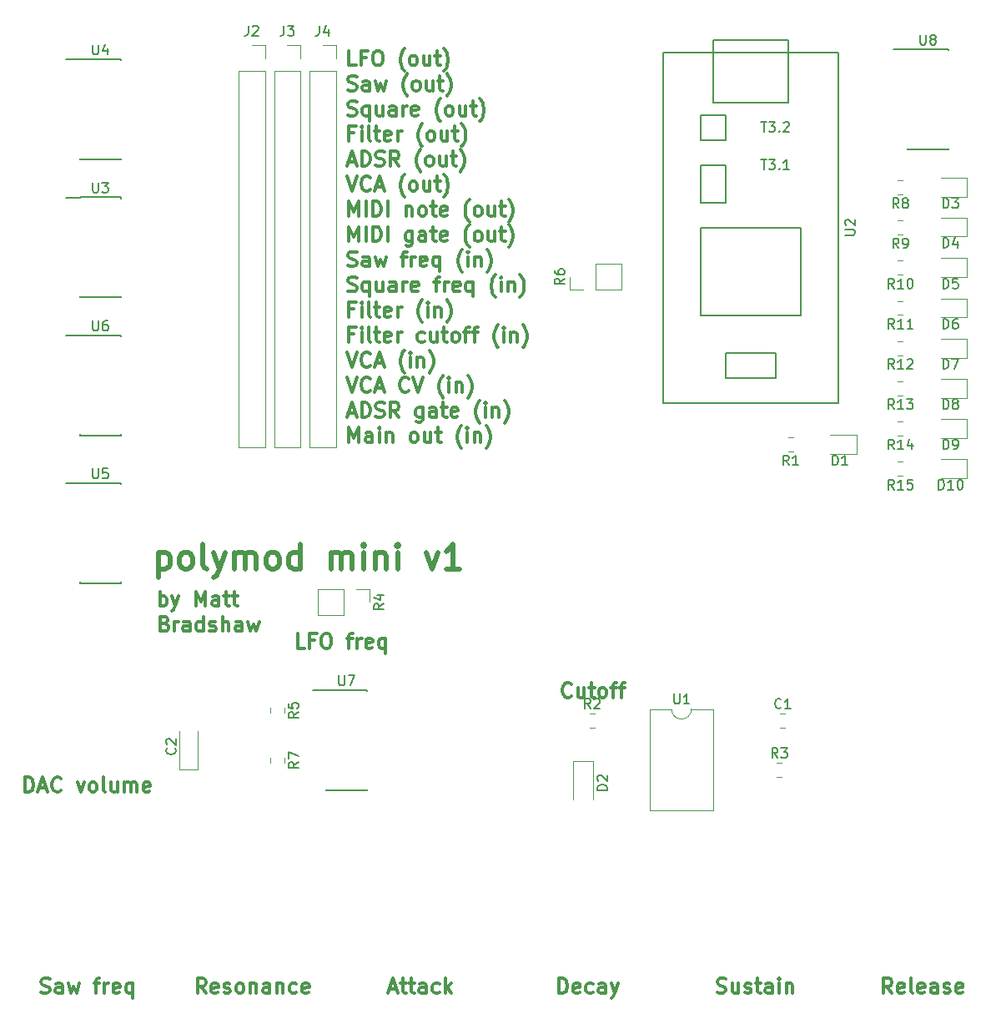
<source format=gbr>
G04 #@! TF.GenerationSoftware,KiCad,Pcbnew,(5.0.1)-3*
G04 #@! TF.CreationDate,2020-04-01T16:59:10+01:00*
G04 #@! TF.ProjectId,testsmt,74657374736D742E6B696361645F7063,rev?*
G04 #@! TF.SameCoordinates,Original*
G04 #@! TF.FileFunction,Legend,Top*
G04 #@! TF.FilePolarity,Positive*
%FSLAX46Y46*%
G04 Gerber Fmt 4.6, Leading zero omitted, Abs format (unit mm)*
G04 Created by KiCad (PCBNEW (5.0.1)-3) date 01/04/2020 16:59:10*
%MOMM*%
%LPD*%
G01*
G04 APERTURE LIST*
%ADD10C,0.300000*%
%ADD11C,0.500000*%
%ADD12C,0.120000*%
%ADD13C,0.150000*%
G04 APERTURE END LIST*
D10*
X60052142Y-84403571D02*
X60052142Y-82903571D01*
X60052142Y-83475000D02*
X60195000Y-83403571D01*
X60480714Y-83403571D01*
X60623571Y-83475000D01*
X60695000Y-83546428D01*
X60766428Y-83689285D01*
X60766428Y-84117857D01*
X60695000Y-84260714D01*
X60623571Y-84332142D01*
X60480714Y-84403571D01*
X60195000Y-84403571D01*
X60052142Y-84332142D01*
X61266428Y-83403571D02*
X61623571Y-84403571D01*
X61980714Y-83403571D02*
X61623571Y-84403571D01*
X61480714Y-84760714D01*
X61409285Y-84832142D01*
X61266428Y-84903571D01*
X63695000Y-84403571D02*
X63695000Y-82903571D01*
X64195000Y-83975000D01*
X64695000Y-82903571D01*
X64695000Y-84403571D01*
X66052142Y-84403571D02*
X66052142Y-83617857D01*
X65980714Y-83475000D01*
X65837857Y-83403571D01*
X65552142Y-83403571D01*
X65409285Y-83475000D01*
X66052142Y-84332142D02*
X65909285Y-84403571D01*
X65552142Y-84403571D01*
X65409285Y-84332142D01*
X65337857Y-84189285D01*
X65337857Y-84046428D01*
X65409285Y-83903571D01*
X65552142Y-83832142D01*
X65909285Y-83832142D01*
X66052142Y-83760714D01*
X66552142Y-83403571D02*
X67123571Y-83403571D01*
X66766428Y-82903571D02*
X66766428Y-84189285D01*
X66837857Y-84332142D01*
X66980714Y-84403571D01*
X67123571Y-84403571D01*
X67409285Y-83403571D02*
X67980714Y-83403571D01*
X67623571Y-82903571D02*
X67623571Y-84189285D01*
X67695000Y-84332142D01*
X67837857Y-84403571D01*
X67980714Y-84403571D01*
X60552142Y-86167857D02*
X60766428Y-86239285D01*
X60837857Y-86310714D01*
X60909285Y-86453571D01*
X60909285Y-86667857D01*
X60837857Y-86810714D01*
X60766428Y-86882142D01*
X60623571Y-86953571D01*
X60052142Y-86953571D01*
X60052142Y-85453571D01*
X60552142Y-85453571D01*
X60695000Y-85525000D01*
X60766428Y-85596428D01*
X60837857Y-85739285D01*
X60837857Y-85882142D01*
X60766428Y-86025000D01*
X60695000Y-86096428D01*
X60552142Y-86167857D01*
X60052142Y-86167857D01*
X61552142Y-86953571D02*
X61552142Y-85953571D01*
X61552142Y-86239285D02*
X61623571Y-86096428D01*
X61695000Y-86025000D01*
X61837857Y-85953571D01*
X61980714Y-85953571D01*
X63123571Y-86953571D02*
X63123571Y-86167857D01*
X63052142Y-86025000D01*
X62909285Y-85953571D01*
X62623571Y-85953571D01*
X62480714Y-86025000D01*
X63123571Y-86882142D02*
X62980714Y-86953571D01*
X62623571Y-86953571D01*
X62480714Y-86882142D01*
X62409285Y-86739285D01*
X62409285Y-86596428D01*
X62480714Y-86453571D01*
X62623571Y-86382142D01*
X62980714Y-86382142D01*
X63123571Y-86310714D01*
X64480714Y-86953571D02*
X64480714Y-85453571D01*
X64480714Y-86882142D02*
X64337857Y-86953571D01*
X64052142Y-86953571D01*
X63909285Y-86882142D01*
X63837857Y-86810714D01*
X63766428Y-86667857D01*
X63766428Y-86239285D01*
X63837857Y-86096428D01*
X63909285Y-86025000D01*
X64052142Y-85953571D01*
X64337857Y-85953571D01*
X64480714Y-86025000D01*
X65123571Y-86882142D02*
X65266428Y-86953571D01*
X65552142Y-86953571D01*
X65695000Y-86882142D01*
X65766428Y-86739285D01*
X65766428Y-86667857D01*
X65695000Y-86525000D01*
X65552142Y-86453571D01*
X65337857Y-86453571D01*
X65195000Y-86382142D01*
X65123571Y-86239285D01*
X65123571Y-86167857D01*
X65195000Y-86025000D01*
X65337857Y-85953571D01*
X65552142Y-85953571D01*
X65695000Y-86025000D01*
X66409285Y-86953571D02*
X66409285Y-85453571D01*
X67052142Y-86953571D02*
X67052142Y-86167857D01*
X66980714Y-86025000D01*
X66837857Y-85953571D01*
X66623571Y-85953571D01*
X66480714Y-86025000D01*
X66409285Y-86096428D01*
X68409285Y-86953571D02*
X68409285Y-86167857D01*
X68337857Y-86025000D01*
X68195000Y-85953571D01*
X67909285Y-85953571D01*
X67766428Y-86025000D01*
X68409285Y-86882142D02*
X68266428Y-86953571D01*
X67909285Y-86953571D01*
X67766428Y-86882142D01*
X67695000Y-86739285D01*
X67695000Y-86596428D01*
X67766428Y-86453571D01*
X67909285Y-86382142D01*
X68266428Y-86382142D01*
X68409285Y-86310714D01*
X68980714Y-85953571D02*
X69266428Y-86953571D01*
X69552142Y-86239285D01*
X69837857Y-86953571D01*
X70123571Y-85953571D01*
D11*
X59920238Y-78964285D02*
X59920238Y-81464285D01*
X59920238Y-79083333D02*
X60158333Y-78964285D01*
X60634523Y-78964285D01*
X60872619Y-79083333D01*
X60991666Y-79202380D01*
X61110714Y-79440476D01*
X61110714Y-80154761D01*
X60991666Y-80392857D01*
X60872619Y-80511904D01*
X60634523Y-80630952D01*
X60158333Y-80630952D01*
X59920238Y-80511904D01*
X62539285Y-80630952D02*
X62301190Y-80511904D01*
X62182142Y-80392857D01*
X62063095Y-80154761D01*
X62063095Y-79440476D01*
X62182142Y-79202380D01*
X62301190Y-79083333D01*
X62539285Y-78964285D01*
X62896428Y-78964285D01*
X63134523Y-79083333D01*
X63253571Y-79202380D01*
X63372619Y-79440476D01*
X63372619Y-80154761D01*
X63253571Y-80392857D01*
X63134523Y-80511904D01*
X62896428Y-80630952D01*
X62539285Y-80630952D01*
X64801190Y-80630952D02*
X64563095Y-80511904D01*
X64444047Y-80273809D01*
X64444047Y-78130952D01*
X65515476Y-78964285D02*
X66110714Y-80630952D01*
X66705952Y-78964285D02*
X66110714Y-80630952D01*
X65872619Y-81226190D01*
X65753571Y-81345238D01*
X65515476Y-81464285D01*
X67658333Y-80630952D02*
X67658333Y-78964285D01*
X67658333Y-79202380D02*
X67777380Y-79083333D01*
X68015476Y-78964285D01*
X68372619Y-78964285D01*
X68610714Y-79083333D01*
X68729761Y-79321428D01*
X68729761Y-80630952D01*
X68729761Y-79321428D02*
X68848809Y-79083333D01*
X69086904Y-78964285D01*
X69444047Y-78964285D01*
X69682142Y-79083333D01*
X69801190Y-79321428D01*
X69801190Y-80630952D01*
X71348809Y-80630952D02*
X71110714Y-80511904D01*
X70991666Y-80392857D01*
X70872619Y-80154761D01*
X70872619Y-79440476D01*
X70991666Y-79202380D01*
X71110714Y-79083333D01*
X71348809Y-78964285D01*
X71705952Y-78964285D01*
X71944047Y-79083333D01*
X72063095Y-79202380D01*
X72182142Y-79440476D01*
X72182142Y-80154761D01*
X72063095Y-80392857D01*
X71944047Y-80511904D01*
X71705952Y-80630952D01*
X71348809Y-80630952D01*
X74325000Y-80630952D02*
X74325000Y-78130952D01*
X74325000Y-80511904D02*
X74086904Y-80630952D01*
X73610714Y-80630952D01*
X73372619Y-80511904D01*
X73253571Y-80392857D01*
X73134523Y-80154761D01*
X73134523Y-79440476D01*
X73253571Y-79202380D01*
X73372619Y-79083333D01*
X73610714Y-78964285D01*
X74086904Y-78964285D01*
X74325000Y-79083333D01*
X77420238Y-80630952D02*
X77420238Y-78964285D01*
X77420238Y-79202380D02*
X77539285Y-79083333D01*
X77777380Y-78964285D01*
X78134523Y-78964285D01*
X78372619Y-79083333D01*
X78491666Y-79321428D01*
X78491666Y-80630952D01*
X78491666Y-79321428D02*
X78610714Y-79083333D01*
X78848809Y-78964285D01*
X79205952Y-78964285D01*
X79444047Y-79083333D01*
X79563095Y-79321428D01*
X79563095Y-80630952D01*
X80753571Y-80630952D02*
X80753571Y-78964285D01*
X80753571Y-78130952D02*
X80634523Y-78250000D01*
X80753571Y-78369047D01*
X80872619Y-78250000D01*
X80753571Y-78130952D01*
X80753571Y-78369047D01*
X81944047Y-78964285D02*
X81944047Y-80630952D01*
X81944047Y-79202380D02*
X82063095Y-79083333D01*
X82301190Y-78964285D01*
X82658333Y-78964285D01*
X82896428Y-79083333D01*
X83015476Y-79321428D01*
X83015476Y-80630952D01*
X84205952Y-80630952D02*
X84205952Y-78964285D01*
X84205952Y-78130952D02*
X84086904Y-78250000D01*
X84205952Y-78369047D01*
X84325000Y-78250000D01*
X84205952Y-78130952D01*
X84205952Y-78369047D01*
X87063095Y-78964285D02*
X87658333Y-80630952D01*
X88253571Y-78964285D01*
X90515476Y-80630952D02*
X89086904Y-80630952D01*
X89801190Y-80630952D02*
X89801190Y-78130952D01*
X89563095Y-78488095D01*
X89324999Y-78726190D01*
X89086904Y-78845238D01*
D10*
X74750000Y-88678571D02*
X74035714Y-88678571D01*
X74035714Y-87178571D01*
X75750000Y-87892857D02*
X75250000Y-87892857D01*
X75250000Y-88678571D02*
X75250000Y-87178571D01*
X75964285Y-87178571D01*
X76821428Y-87178571D02*
X77107142Y-87178571D01*
X77250000Y-87250000D01*
X77392857Y-87392857D01*
X77464285Y-87678571D01*
X77464285Y-88178571D01*
X77392857Y-88464285D01*
X77250000Y-88607142D01*
X77107142Y-88678571D01*
X76821428Y-88678571D01*
X76678571Y-88607142D01*
X76535714Y-88464285D01*
X76464285Y-88178571D01*
X76464285Y-87678571D01*
X76535714Y-87392857D01*
X76678571Y-87250000D01*
X76821428Y-87178571D01*
X79035714Y-87678571D02*
X79607142Y-87678571D01*
X79250000Y-88678571D02*
X79250000Y-87392857D01*
X79321428Y-87250000D01*
X79464285Y-87178571D01*
X79607142Y-87178571D01*
X80107142Y-88678571D02*
X80107142Y-87678571D01*
X80107142Y-87964285D02*
X80178571Y-87821428D01*
X80250000Y-87750000D01*
X80392857Y-87678571D01*
X80535714Y-87678571D01*
X81607142Y-88607142D02*
X81464285Y-88678571D01*
X81178571Y-88678571D01*
X81035714Y-88607142D01*
X80964285Y-88464285D01*
X80964285Y-87892857D01*
X81035714Y-87750000D01*
X81178571Y-87678571D01*
X81464285Y-87678571D01*
X81607142Y-87750000D01*
X81678571Y-87892857D01*
X81678571Y-88035714D01*
X80964285Y-88178571D01*
X82964285Y-87678571D02*
X82964285Y-89178571D01*
X82964285Y-88607142D02*
X82821428Y-88678571D01*
X82535714Y-88678571D01*
X82392857Y-88607142D01*
X82321428Y-88535714D01*
X82250000Y-88392857D01*
X82250000Y-87964285D01*
X82321428Y-87821428D01*
X82392857Y-87750000D01*
X82535714Y-87678571D01*
X82821428Y-87678571D01*
X82964285Y-87750000D01*
X101821428Y-93535714D02*
X101750000Y-93607142D01*
X101535714Y-93678571D01*
X101392857Y-93678571D01*
X101178571Y-93607142D01*
X101035714Y-93464285D01*
X100964285Y-93321428D01*
X100892857Y-93035714D01*
X100892857Y-92821428D01*
X100964285Y-92535714D01*
X101035714Y-92392857D01*
X101178571Y-92250000D01*
X101392857Y-92178571D01*
X101535714Y-92178571D01*
X101750000Y-92250000D01*
X101821428Y-92321428D01*
X103107142Y-92678571D02*
X103107142Y-93678571D01*
X102464285Y-92678571D02*
X102464285Y-93464285D01*
X102535714Y-93607142D01*
X102678571Y-93678571D01*
X102892857Y-93678571D01*
X103035714Y-93607142D01*
X103107142Y-93535714D01*
X103607142Y-92678571D02*
X104178571Y-92678571D01*
X103821428Y-92178571D02*
X103821428Y-93464285D01*
X103892857Y-93607142D01*
X104035714Y-93678571D01*
X104178571Y-93678571D01*
X104892857Y-93678571D02*
X104750000Y-93607142D01*
X104678571Y-93535714D01*
X104607142Y-93392857D01*
X104607142Y-92964285D01*
X104678571Y-92821428D01*
X104750000Y-92750000D01*
X104892857Y-92678571D01*
X105107142Y-92678571D01*
X105250000Y-92750000D01*
X105321428Y-92821428D01*
X105392857Y-92964285D01*
X105392857Y-93392857D01*
X105321428Y-93535714D01*
X105250000Y-93607142D01*
X105107142Y-93678571D01*
X104892857Y-93678571D01*
X105821428Y-92678571D02*
X106392857Y-92678571D01*
X106035714Y-93678571D02*
X106035714Y-92392857D01*
X106107142Y-92250000D01*
X106250000Y-92178571D01*
X106392857Y-92178571D01*
X106678571Y-92678571D02*
X107250000Y-92678571D01*
X106892857Y-93678571D02*
X106892857Y-92392857D01*
X106964285Y-92250000D01*
X107107142Y-92178571D01*
X107250000Y-92178571D01*
X134357142Y-123678571D02*
X133857142Y-122964285D01*
X133500000Y-123678571D02*
X133500000Y-122178571D01*
X134071428Y-122178571D01*
X134214285Y-122250000D01*
X134285714Y-122321428D01*
X134357142Y-122464285D01*
X134357142Y-122678571D01*
X134285714Y-122821428D01*
X134214285Y-122892857D01*
X134071428Y-122964285D01*
X133500000Y-122964285D01*
X135571428Y-123607142D02*
X135428571Y-123678571D01*
X135142857Y-123678571D01*
X135000000Y-123607142D01*
X134928571Y-123464285D01*
X134928571Y-122892857D01*
X135000000Y-122750000D01*
X135142857Y-122678571D01*
X135428571Y-122678571D01*
X135571428Y-122750000D01*
X135642857Y-122892857D01*
X135642857Y-123035714D01*
X134928571Y-123178571D01*
X136500000Y-123678571D02*
X136357142Y-123607142D01*
X136285714Y-123464285D01*
X136285714Y-122178571D01*
X137642857Y-123607142D02*
X137500000Y-123678571D01*
X137214285Y-123678571D01*
X137071428Y-123607142D01*
X137000000Y-123464285D01*
X137000000Y-122892857D01*
X137071428Y-122750000D01*
X137214285Y-122678571D01*
X137500000Y-122678571D01*
X137642857Y-122750000D01*
X137714285Y-122892857D01*
X137714285Y-123035714D01*
X137000000Y-123178571D01*
X139000000Y-123678571D02*
X139000000Y-122892857D01*
X138928571Y-122750000D01*
X138785714Y-122678571D01*
X138500000Y-122678571D01*
X138357142Y-122750000D01*
X139000000Y-123607142D02*
X138857142Y-123678571D01*
X138500000Y-123678571D01*
X138357142Y-123607142D01*
X138285714Y-123464285D01*
X138285714Y-123321428D01*
X138357142Y-123178571D01*
X138500000Y-123107142D01*
X138857142Y-123107142D01*
X139000000Y-123035714D01*
X139642857Y-123607142D02*
X139785714Y-123678571D01*
X140071428Y-123678571D01*
X140214285Y-123607142D01*
X140285714Y-123464285D01*
X140285714Y-123392857D01*
X140214285Y-123250000D01*
X140071428Y-123178571D01*
X139857142Y-123178571D01*
X139714285Y-123107142D01*
X139642857Y-122964285D01*
X139642857Y-122892857D01*
X139714285Y-122750000D01*
X139857142Y-122678571D01*
X140071428Y-122678571D01*
X140214285Y-122750000D01*
X141500000Y-123607142D02*
X141357142Y-123678571D01*
X141071428Y-123678571D01*
X140928571Y-123607142D01*
X140857142Y-123464285D01*
X140857142Y-122892857D01*
X140928571Y-122750000D01*
X141071428Y-122678571D01*
X141357142Y-122678571D01*
X141500000Y-122750000D01*
X141571428Y-122892857D01*
X141571428Y-123035714D01*
X140857142Y-123178571D01*
X116642857Y-123607142D02*
X116857142Y-123678571D01*
X117214285Y-123678571D01*
X117357142Y-123607142D01*
X117428571Y-123535714D01*
X117500000Y-123392857D01*
X117500000Y-123250000D01*
X117428571Y-123107142D01*
X117357142Y-123035714D01*
X117214285Y-122964285D01*
X116928571Y-122892857D01*
X116785714Y-122821428D01*
X116714285Y-122750000D01*
X116642857Y-122607142D01*
X116642857Y-122464285D01*
X116714285Y-122321428D01*
X116785714Y-122250000D01*
X116928571Y-122178571D01*
X117285714Y-122178571D01*
X117500000Y-122250000D01*
X118785714Y-122678571D02*
X118785714Y-123678571D01*
X118142857Y-122678571D02*
X118142857Y-123464285D01*
X118214285Y-123607142D01*
X118357142Y-123678571D01*
X118571428Y-123678571D01*
X118714285Y-123607142D01*
X118785714Y-123535714D01*
X119428571Y-123607142D02*
X119571428Y-123678571D01*
X119857142Y-123678571D01*
X120000000Y-123607142D01*
X120071428Y-123464285D01*
X120071428Y-123392857D01*
X120000000Y-123250000D01*
X119857142Y-123178571D01*
X119642857Y-123178571D01*
X119500000Y-123107142D01*
X119428571Y-122964285D01*
X119428571Y-122892857D01*
X119500000Y-122750000D01*
X119642857Y-122678571D01*
X119857142Y-122678571D01*
X120000000Y-122750000D01*
X120500000Y-122678571D02*
X121071428Y-122678571D01*
X120714285Y-122178571D02*
X120714285Y-123464285D01*
X120785714Y-123607142D01*
X120928571Y-123678571D01*
X121071428Y-123678571D01*
X122214285Y-123678571D02*
X122214285Y-122892857D01*
X122142857Y-122750000D01*
X122000000Y-122678571D01*
X121714285Y-122678571D01*
X121571428Y-122750000D01*
X122214285Y-123607142D02*
X122071428Y-123678571D01*
X121714285Y-123678571D01*
X121571428Y-123607142D01*
X121500000Y-123464285D01*
X121500000Y-123321428D01*
X121571428Y-123178571D01*
X121714285Y-123107142D01*
X122071428Y-123107142D01*
X122214285Y-123035714D01*
X122928571Y-123678571D02*
X122928571Y-122678571D01*
X122928571Y-122178571D02*
X122857142Y-122250000D01*
X122928571Y-122321428D01*
X123000000Y-122250000D01*
X122928571Y-122178571D01*
X122928571Y-122321428D01*
X123642857Y-122678571D02*
X123642857Y-123678571D01*
X123642857Y-122821428D02*
X123714285Y-122750000D01*
X123857142Y-122678571D01*
X124071428Y-122678571D01*
X124214285Y-122750000D01*
X124285714Y-122892857D01*
X124285714Y-123678571D01*
X100571428Y-123678571D02*
X100571428Y-122178571D01*
X100928571Y-122178571D01*
X101142857Y-122250000D01*
X101285714Y-122392857D01*
X101357142Y-122535714D01*
X101428571Y-122821428D01*
X101428571Y-123035714D01*
X101357142Y-123321428D01*
X101285714Y-123464285D01*
X101142857Y-123607142D01*
X100928571Y-123678571D01*
X100571428Y-123678571D01*
X102642857Y-123607142D02*
X102500000Y-123678571D01*
X102214285Y-123678571D01*
X102071428Y-123607142D01*
X102000000Y-123464285D01*
X102000000Y-122892857D01*
X102071428Y-122750000D01*
X102214285Y-122678571D01*
X102500000Y-122678571D01*
X102642857Y-122750000D01*
X102714285Y-122892857D01*
X102714285Y-123035714D01*
X102000000Y-123178571D01*
X104000000Y-123607142D02*
X103857142Y-123678571D01*
X103571428Y-123678571D01*
X103428571Y-123607142D01*
X103357142Y-123535714D01*
X103285714Y-123392857D01*
X103285714Y-122964285D01*
X103357142Y-122821428D01*
X103428571Y-122750000D01*
X103571428Y-122678571D01*
X103857142Y-122678571D01*
X104000000Y-122750000D01*
X105285714Y-123678571D02*
X105285714Y-122892857D01*
X105214285Y-122750000D01*
X105071428Y-122678571D01*
X104785714Y-122678571D01*
X104642857Y-122750000D01*
X105285714Y-123607142D02*
X105142857Y-123678571D01*
X104785714Y-123678571D01*
X104642857Y-123607142D01*
X104571428Y-123464285D01*
X104571428Y-123321428D01*
X104642857Y-123178571D01*
X104785714Y-123107142D01*
X105142857Y-123107142D01*
X105285714Y-123035714D01*
X105857142Y-122678571D02*
X106214285Y-123678571D01*
X106571428Y-122678571D02*
X106214285Y-123678571D01*
X106071428Y-124035714D01*
X106000000Y-124107142D01*
X105857142Y-124178571D01*
X83357142Y-123250000D02*
X84071428Y-123250000D01*
X83214285Y-123678571D02*
X83714285Y-122178571D01*
X84214285Y-123678571D01*
X84500000Y-122678571D02*
X85071428Y-122678571D01*
X84714285Y-122178571D02*
X84714285Y-123464285D01*
X84785714Y-123607142D01*
X84928571Y-123678571D01*
X85071428Y-123678571D01*
X85357142Y-122678571D02*
X85928571Y-122678571D01*
X85571428Y-122178571D02*
X85571428Y-123464285D01*
X85642857Y-123607142D01*
X85785714Y-123678571D01*
X85928571Y-123678571D01*
X87071428Y-123678571D02*
X87071428Y-122892857D01*
X87000000Y-122750000D01*
X86857142Y-122678571D01*
X86571428Y-122678571D01*
X86428571Y-122750000D01*
X87071428Y-123607142D02*
X86928571Y-123678571D01*
X86571428Y-123678571D01*
X86428571Y-123607142D01*
X86357142Y-123464285D01*
X86357142Y-123321428D01*
X86428571Y-123178571D01*
X86571428Y-123107142D01*
X86928571Y-123107142D01*
X87071428Y-123035714D01*
X88428571Y-123607142D02*
X88285714Y-123678571D01*
X88000000Y-123678571D01*
X87857142Y-123607142D01*
X87785714Y-123535714D01*
X87714285Y-123392857D01*
X87714285Y-122964285D01*
X87785714Y-122821428D01*
X87857142Y-122750000D01*
X88000000Y-122678571D01*
X88285714Y-122678571D01*
X88428571Y-122750000D01*
X89071428Y-123678571D02*
X89071428Y-122178571D01*
X89214285Y-123107142D02*
X89642857Y-123678571D01*
X89642857Y-122678571D02*
X89071428Y-123250000D01*
X64714285Y-123678571D02*
X64214285Y-122964285D01*
X63857142Y-123678571D02*
X63857142Y-122178571D01*
X64428571Y-122178571D01*
X64571428Y-122250000D01*
X64642857Y-122321428D01*
X64714285Y-122464285D01*
X64714285Y-122678571D01*
X64642857Y-122821428D01*
X64571428Y-122892857D01*
X64428571Y-122964285D01*
X63857142Y-122964285D01*
X65928571Y-123607142D02*
X65785714Y-123678571D01*
X65500000Y-123678571D01*
X65357142Y-123607142D01*
X65285714Y-123464285D01*
X65285714Y-122892857D01*
X65357142Y-122750000D01*
X65500000Y-122678571D01*
X65785714Y-122678571D01*
X65928571Y-122750000D01*
X66000000Y-122892857D01*
X66000000Y-123035714D01*
X65285714Y-123178571D01*
X66571428Y-123607142D02*
X66714285Y-123678571D01*
X67000000Y-123678571D01*
X67142857Y-123607142D01*
X67214285Y-123464285D01*
X67214285Y-123392857D01*
X67142857Y-123250000D01*
X67000000Y-123178571D01*
X66785714Y-123178571D01*
X66642857Y-123107142D01*
X66571428Y-122964285D01*
X66571428Y-122892857D01*
X66642857Y-122750000D01*
X66785714Y-122678571D01*
X67000000Y-122678571D01*
X67142857Y-122750000D01*
X68071428Y-123678571D02*
X67928571Y-123607142D01*
X67857142Y-123535714D01*
X67785714Y-123392857D01*
X67785714Y-122964285D01*
X67857142Y-122821428D01*
X67928571Y-122750000D01*
X68071428Y-122678571D01*
X68285714Y-122678571D01*
X68428571Y-122750000D01*
X68500000Y-122821428D01*
X68571428Y-122964285D01*
X68571428Y-123392857D01*
X68500000Y-123535714D01*
X68428571Y-123607142D01*
X68285714Y-123678571D01*
X68071428Y-123678571D01*
X69214285Y-122678571D02*
X69214285Y-123678571D01*
X69214285Y-122821428D02*
X69285714Y-122750000D01*
X69428571Y-122678571D01*
X69642857Y-122678571D01*
X69785714Y-122750000D01*
X69857142Y-122892857D01*
X69857142Y-123678571D01*
X71214285Y-123678571D02*
X71214285Y-122892857D01*
X71142857Y-122750000D01*
X71000000Y-122678571D01*
X70714285Y-122678571D01*
X70571428Y-122750000D01*
X71214285Y-123607142D02*
X71071428Y-123678571D01*
X70714285Y-123678571D01*
X70571428Y-123607142D01*
X70500000Y-123464285D01*
X70500000Y-123321428D01*
X70571428Y-123178571D01*
X70714285Y-123107142D01*
X71071428Y-123107142D01*
X71214285Y-123035714D01*
X71928571Y-122678571D02*
X71928571Y-123678571D01*
X71928571Y-122821428D02*
X72000000Y-122750000D01*
X72142857Y-122678571D01*
X72357142Y-122678571D01*
X72500000Y-122750000D01*
X72571428Y-122892857D01*
X72571428Y-123678571D01*
X73928571Y-123607142D02*
X73785714Y-123678571D01*
X73500000Y-123678571D01*
X73357142Y-123607142D01*
X73285714Y-123535714D01*
X73214285Y-123392857D01*
X73214285Y-122964285D01*
X73285714Y-122821428D01*
X73357142Y-122750000D01*
X73500000Y-122678571D01*
X73785714Y-122678571D01*
X73928571Y-122750000D01*
X75142857Y-123607142D02*
X75000000Y-123678571D01*
X74714285Y-123678571D01*
X74571428Y-123607142D01*
X74500000Y-123464285D01*
X74500000Y-122892857D01*
X74571428Y-122750000D01*
X74714285Y-122678571D01*
X75000000Y-122678571D01*
X75142857Y-122750000D01*
X75214285Y-122892857D01*
X75214285Y-123035714D01*
X74500000Y-123178571D01*
X48021428Y-123607142D02*
X48235714Y-123678571D01*
X48592857Y-123678571D01*
X48735714Y-123607142D01*
X48807142Y-123535714D01*
X48878571Y-123392857D01*
X48878571Y-123250000D01*
X48807142Y-123107142D01*
X48735714Y-123035714D01*
X48592857Y-122964285D01*
X48307142Y-122892857D01*
X48164285Y-122821428D01*
X48092857Y-122750000D01*
X48021428Y-122607142D01*
X48021428Y-122464285D01*
X48092857Y-122321428D01*
X48164285Y-122250000D01*
X48307142Y-122178571D01*
X48664285Y-122178571D01*
X48878571Y-122250000D01*
X50164285Y-123678571D02*
X50164285Y-122892857D01*
X50092857Y-122750000D01*
X49950000Y-122678571D01*
X49664285Y-122678571D01*
X49521428Y-122750000D01*
X50164285Y-123607142D02*
X50021428Y-123678571D01*
X49664285Y-123678571D01*
X49521428Y-123607142D01*
X49450000Y-123464285D01*
X49450000Y-123321428D01*
X49521428Y-123178571D01*
X49664285Y-123107142D01*
X50021428Y-123107142D01*
X50164285Y-123035714D01*
X50735714Y-122678571D02*
X51021428Y-123678571D01*
X51307142Y-122964285D01*
X51592857Y-123678571D01*
X51878571Y-122678571D01*
X53378571Y-122678571D02*
X53950000Y-122678571D01*
X53592857Y-123678571D02*
X53592857Y-122392857D01*
X53664285Y-122250000D01*
X53807142Y-122178571D01*
X53950000Y-122178571D01*
X54450000Y-123678571D02*
X54450000Y-122678571D01*
X54450000Y-122964285D02*
X54521428Y-122821428D01*
X54592857Y-122750000D01*
X54735714Y-122678571D01*
X54878571Y-122678571D01*
X55950000Y-123607142D02*
X55807142Y-123678571D01*
X55521428Y-123678571D01*
X55378571Y-123607142D01*
X55307142Y-123464285D01*
X55307142Y-122892857D01*
X55378571Y-122750000D01*
X55521428Y-122678571D01*
X55807142Y-122678571D01*
X55950000Y-122750000D01*
X56021428Y-122892857D01*
X56021428Y-123035714D01*
X55307142Y-123178571D01*
X57307142Y-122678571D02*
X57307142Y-124178571D01*
X57307142Y-123607142D02*
X57164285Y-123678571D01*
X56878571Y-123678571D01*
X56735714Y-123607142D01*
X56664285Y-123535714D01*
X56592857Y-123392857D01*
X56592857Y-122964285D01*
X56664285Y-122821428D01*
X56735714Y-122750000D01*
X56878571Y-122678571D01*
X57164285Y-122678571D01*
X57307142Y-122750000D01*
X46378571Y-103278571D02*
X46378571Y-101778571D01*
X46735714Y-101778571D01*
X46949999Y-101850000D01*
X47092857Y-101992857D01*
X47164285Y-102135714D01*
X47235714Y-102421428D01*
X47235714Y-102635714D01*
X47164285Y-102921428D01*
X47092857Y-103064285D01*
X46949999Y-103207142D01*
X46735714Y-103278571D01*
X46378571Y-103278571D01*
X47807142Y-102850000D02*
X48521428Y-102850000D01*
X47664285Y-103278571D02*
X48164285Y-101778571D01*
X48664285Y-103278571D01*
X50021428Y-103135714D02*
X49949999Y-103207142D01*
X49735714Y-103278571D01*
X49592857Y-103278571D01*
X49378571Y-103207142D01*
X49235714Y-103064285D01*
X49164285Y-102921428D01*
X49092857Y-102635714D01*
X49092857Y-102421428D01*
X49164285Y-102135714D01*
X49235714Y-101992857D01*
X49378571Y-101850000D01*
X49592857Y-101778571D01*
X49735714Y-101778571D01*
X49949999Y-101850000D01*
X50021428Y-101921428D01*
X51664285Y-102278571D02*
X52021428Y-103278571D01*
X52378571Y-102278571D01*
X53164285Y-103278571D02*
X53021428Y-103207142D01*
X52949999Y-103135714D01*
X52878571Y-102992857D01*
X52878571Y-102564285D01*
X52949999Y-102421428D01*
X53021428Y-102350000D01*
X53164285Y-102278571D01*
X53378571Y-102278571D01*
X53521428Y-102350000D01*
X53592857Y-102421428D01*
X53664285Y-102564285D01*
X53664285Y-102992857D01*
X53592857Y-103135714D01*
X53521428Y-103207142D01*
X53378571Y-103278571D01*
X53164285Y-103278571D01*
X54521428Y-103278571D02*
X54378571Y-103207142D01*
X54307142Y-103064285D01*
X54307142Y-101778571D01*
X55735714Y-102278571D02*
X55735714Y-103278571D01*
X55092857Y-102278571D02*
X55092857Y-103064285D01*
X55164285Y-103207142D01*
X55307142Y-103278571D01*
X55521428Y-103278571D01*
X55664285Y-103207142D01*
X55735714Y-103135714D01*
X56449999Y-103278571D02*
X56449999Y-102278571D01*
X56449999Y-102421428D02*
X56521428Y-102350000D01*
X56664285Y-102278571D01*
X56878571Y-102278571D01*
X57021428Y-102350000D01*
X57092857Y-102492857D01*
X57092857Y-103278571D01*
X57092857Y-102492857D02*
X57164285Y-102350000D01*
X57307142Y-102278571D01*
X57521428Y-102278571D01*
X57664285Y-102350000D01*
X57735714Y-102492857D01*
X57735714Y-103278571D01*
X59021428Y-103207142D02*
X58878571Y-103278571D01*
X58592857Y-103278571D01*
X58449999Y-103207142D01*
X58378571Y-103064285D01*
X58378571Y-102492857D01*
X58449999Y-102350000D01*
X58592857Y-102278571D01*
X58878571Y-102278571D01*
X59021428Y-102350000D01*
X59092857Y-102492857D01*
X59092857Y-102635714D01*
X58378571Y-102778571D01*
X79966428Y-29553571D02*
X79252142Y-29553571D01*
X79252142Y-28053571D01*
X80966428Y-28767857D02*
X80466428Y-28767857D01*
X80466428Y-29553571D02*
X80466428Y-28053571D01*
X81180714Y-28053571D01*
X82037857Y-28053571D02*
X82323571Y-28053571D01*
X82466428Y-28125000D01*
X82609285Y-28267857D01*
X82680714Y-28553571D01*
X82680714Y-29053571D01*
X82609285Y-29339285D01*
X82466428Y-29482142D01*
X82323571Y-29553571D01*
X82037857Y-29553571D01*
X81895000Y-29482142D01*
X81752142Y-29339285D01*
X81680714Y-29053571D01*
X81680714Y-28553571D01*
X81752142Y-28267857D01*
X81895000Y-28125000D01*
X82037857Y-28053571D01*
X84895000Y-30125000D02*
X84823571Y-30053571D01*
X84680714Y-29839285D01*
X84609285Y-29696428D01*
X84537857Y-29482142D01*
X84466428Y-29125000D01*
X84466428Y-28839285D01*
X84537857Y-28482142D01*
X84609285Y-28267857D01*
X84680714Y-28125000D01*
X84823571Y-27910714D01*
X84895000Y-27839285D01*
X85680714Y-29553571D02*
X85537857Y-29482142D01*
X85466428Y-29410714D01*
X85395000Y-29267857D01*
X85395000Y-28839285D01*
X85466428Y-28696428D01*
X85537857Y-28625000D01*
X85680714Y-28553571D01*
X85895000Y-28553571D01*
X86037857Y-28625000D01*
X86109285Y-28696428D01*
X86180714Y-28839285D01*
X86180714Y-29267857D01*
X86109285Y-29410714D01*
X86037857Y-29482142D01*
X85895000Y-29553571D01*
X85680714Y-29553571D01*
X87466428Y-28553571D02*
X87466428Y-29553571D01*
X86823571Y-28553571D02*
X86823571Y-29339285D01*
X86895000Y-29482142D01*
X87037857Y-29553571D01*
X87252142Y-29553571D01*
X87395000Y-29482142D01*
X87466428Y-29410714D01*
X87966428Y-28553571D02*
X88537857Y-28553571D01*
X88180714Y-28053571D02*
X88180714Y-29339285D01*
X88252142Y-29482142D01*
X88395000Y-29553571D01*
X88537857Y-29553571D01*
X88895000Y-30125000D02*
X88966428Y-30053571D01*
X89109285Y-29839285D01*
X89180714Y-29696428D01*
X89252142Y-29482142D01*
X89323571Y-29125000D01*
X89323571Y-28839285D01*
X89252142Y-28482142D01*
X89180714Y-28267857D01*
X89109285Y-28125000D01*
X88966428Y-27910714D01*
X88895000Y-27839285D01*
X79180714Y-32032142D02*
X79395000Y-32103571D01*
X79752142Y-32103571D01*
X79895000Y-32032142D01*
X79966428Y-31960714D01*
X80037857Y-31817857D01*
X80037857Y-31675000D01*
X79966428Y-31532142D01*
X79895000Y-31460714D01*
X79752142Y-31389285D01*
X79466428Y-31317857D01*
X79323571Y-31246428D01*
X79252142Y-31175000D01*
X79180714Y-31032142D01*
X79180714Y-30889285D01*
X79252142Y-30746428D01*
X79323571Y-30675000D01*
X79466428Y-30603571D01*
X79823571Y-30603571D01*
X80037857Y-30675000D01*
X81323571Y-32103571D02*
X81323571Y-31317857D01*
X81252142Y-31175000D01*
X81109285Y-31103571D01*
X80823571Y-31103571D01*
X80680714Y-31175000D01*
X81323571Y-32032142D02*
X81180714Y-32103571D01*
X80823571Y-32103571D01*
X80680714Y-32032142D01*
X80609285Y-31889285D01*
X80609285Y-31746428D01*
X80680714Y-31603571D01*
X80823571Y-31532142D01*
X81180714Y-31532142D01*
X81323571Y-31460714D01*
X81895000Y-31103571D02*
X82180714Y-32103571D01*
X82466428Y-31389285D01*
X82752142Y-32103571D01*
X83037857Y-31103571D01*
X85180714Y-32675000D02*
X85109285Y-32603571D01*
X84966428Y-32389285D01*
X84895000Y-32246428D01*
X84823571Y-32032142D01*
X84752142Y-31675000D01*
X84752142Y-31389285D01*
X84823571Y-31032142D01*
X84895000Y-30817857D01*
X84966428Y-30675000D01*
X85109285Y-30460714D01*
X85180714Y-30389285D01*
X85966428Y-32103571D02*
X85823571Y-32032142D01*
X85752142Y-31960714D01*
X85680714Y-31817857D01*
X85680714Y-31389285D01*
X85752142Y-31246428D01*
X85823571Y-31175000D01*
X85966428Y-31103571D01*
X86180714Y-31103571D01*
X86323571Y-31175000D01*
X86395000Y-31246428D01*
X86466428Y-31389285D01*
X86466428Y-31817857D01*
X86395000Y-31960714D01*
X86323571Y-32032142D01*
X86180714Y-32103571D01*
X85966428Y-32103571D01*
X87752142Y-31103571D02*
X87752142Y-32103571D01*
X87109285Y-31103571D02*
X87109285Y-31889285D01*
X87180714Y-32032142D01*
X87323571Y-32103571D01*
X87537857Y-32103571D01*
X87680714Y-32032142D01*
X87752142Y-31960714D01*
X88252142Y-31103571D02*
X88823571Y-31103571D01*
X88466428Y-30603571D02*
X88466428Y-31889285D01*
X88537857Y-32032142D01*
X88680714Y-32103571D01*
X88823571Y-32103571D01*
X89180714Y-32675000D02*
X89252142Y-32603571D01*
X89395000Y-32389285D01*
X89466428Y-32246428D01*
X89537857Y-32032142D01*
X89609285Y-31675000D01*
X89609285Y-31389285D01*
X89537857Y-31032142D01*
X89466428Y-30817857D01*
X89395000Y-30675000D01*
X89252142Y-30460714D01*
X89180714Y-30389285D01*
X79180714Y-34582142D02*
X79395000Y-34653571D01*
X79752142Y-34653571D01*
X79895000Y-34582142D01*
X79966428Y-34510714D01*
X80037857Y-34367857D01*
X80037857Y-34225000D01*
X79966428Y-34082142D01*
X79895000Y-34010714D01*
X79752142Y-33939285D01*
X79466428Y-33867857D01*
X79323571Y-33796428D01*
X79252142Y-33725000D01*
X79180714Y-33582142D01*
X79180714Y-33439285D01*
X79252142Y-33296428D01*
X79323571Y-33225000D01*
X79466428Y-33153571D01*
X79823571Y-33153571D01*
X80037857Y-33225000D01*
X81323571Y-33653571D02*
X81323571Y-35153571D01*
X81323571Y-34582142D02*
X81180714Y-34653571D01*
X80895000Y-34653571D01*
X80752142Y-34582142D01*
X80680714Y-34510714D01*
X80609285Y-34367857D01*
X80609285Y-33939285D01*
X80680714Y-33796428D01*
X80752142Y-33725000D01*
X80895000Y-33653571D01*
X81180714Y-33653571D01*
X81323571Y-33725000D01*
X82680714Y-33653571D02*
X82680714Y-34653571D01*
X82037857Y-33653571D02*
X82037857Y-34439285D01*
X82109285Y-34582142D01*
X82252142Y-34653571D01*
X82466428Y-34653571D01*
X82609285Y-34582142D01*
X82680714Y-34510714D01*
X84037857Y-34653571D02*
X84037857Y-33867857D01*
X83966428Y-33725000D01*
X83823571Y-33653571D01*
X83537857Y-33653571D01*
X83395000Y-33725000D01*
X84037857Y-34582142D02*
X83895000Y-34653571D01*
X83537857Y-34653571D01*
X83395000Y-34582142D01*
X83323571Y-34439285D01*
X83323571Y-34296428D01*
X83395000Y-34153571D01*
X83537857Y-34082142D01*
X83895000Y-34082142D01*
X84037857Y-34010714D01*
X84752142Y-34653571D02*
X84752142Y-33653571D01*
X84752142Y-33939285D02*
X84823571Y-33796428D01*
X84895000Y-33725000D01*
X85037857Y-33653571D01*
X85180714Y-33653571D01*
X86252142Y-34582142D02*
X86109285Y-34653571D01*
X85823571Y-34653571D01*
X85680714Y-34582142D01*
X85609285Y-34439285D01*
X85609285Y-33867857D01*
X85680714Y-33725000D01*
X85823571Y-33653571D01*
X86109285Y-33653571D01*
X86252142Y-33725000D01*
X86323571Y-33867857D01*
X86323571Y-34010714D01*
X85609285Y-34153571D01*
X88537857Y-35225000D02*
X88466428Y-35153571D01*
X88323571Y-34939285D01*
X88252142Y-34796428D01*
X88180714Y-34582142D01*
X88109285Y-34225000D01*
X88109285Y-33939285D01*
X88180714Y-33582142D01*
X88252142Y-33367857D01*
X88323571Y-33225000D01*
X88466428Y-33010714D01*
X88537857Y-32939285D01*
X89323571Y-34653571D02*
X89180714Y-34582142D01*
X89109285Y-34510714D01*
X89037857Y-34367857D01*
X89037857Y-33939285D01*
X89109285Y-33796428D01*
X89180714Y-33725000D01*
X89323571Y-33653571D01*
X89537857Y-33653571D01*
X89680714Y-33725000D01*
X89752142Y-33796428D01*
X89823571Y-33939285D01*
X89823571Y-34367857D01*
X89752142Y-34510714D01*
X89680714Y-34582142D01*
X89537857Y-34653571D01*
X89323571Y-34653571D01*
X91109285Y-33653571D02*
X91109285Y-34653571D01*
X90466428Y-33653571D02*
X90466428Y-34439285D01*
X90537857Y-34582142D01*
X90680714Y-34653571D01*
X90895000Y-34653571D01*
X91037857Y-34582142D01*
X91109285Y-34510714D01*
X91609285Y-33653571D02*
X92180714Y-33653571D01*
X91823571Y-33153571D02*
X91823571Y-34439285D01*
X91895000Y-34582142D01*
X92037857Y-34653571D01*
X92180714Y-34653571D01*
X92537857Y-35225000D02*
X92609285Y-35153571D01*
X92752142Y-34939285D01*
X92823571Y-34796428D01*
X92895000Y-34582142D01*
X92966428Y-34225000D01*
X92966428Y-33939285D01*
X92895000Y-33582142D01*
X92823571Y-33367857D01*
X92752142Y-33225000D01*
X92609285Y-33010714D01*
X92537857Y-32939285D01*
X79752142Y-36417857D02*
X79252142Y-36417857D01*
X79252142Y-37203571D02*
X79252142Y-35703571D01*
X79966428Y-35703571D01*
X80537857Y-37203571D02*
X80537857Y-36203571D01*
X80537857Y-35703571D02*
X80466428Y-35775000D01*
X80537857Y-35846428D01*
X80609285Y-35775000D01*
X80537857Y-35703571D01*
X80537857Y-35846428D01*
X81466428Y-37203571D02*
X81323571Y-37132142D01*
X81252142Y-36989285D01*
X81252142Y-35703571D01*
X81823571Y-36203571D02*
X82395000Y-36203571D01*
X82037857Y-35703571D02*
X82037857Y-36989285D01*
X82109285Y-37132142D01*
X82252142Y-37203571D01*
X82395000Y-37203571D01*
X83466428Y-37132142D02*
X83323571Y-37203571D01*
X83037857Y-37203571D01*
X82895000Y-37132142D01*
X82823571Y-36989285D01*
X82823571Y-36417857D01*
X82895000Y-36275000D01*
X83037857Y-36203571D01*
X83323571Y-36203571D01*
X83466428Y-36275000D01*
X83537857Y-36417857D01*
X83537857Y-36560714D01*
X82823571Y-36703571D01*
X84180714Y-37203571D02*
X84180714Y-36203571D01*
X84180714Y-36489285D02*
X84252142Y-36346428D01*
X84323571Y-36275000D01*
X84466428Y-36203571D01*
X84609285Y-36203571D01*
X86680714Y-37775000D02*
X86609285Y-37703571D01*
X86466428Y-37489285D01*
X86395000Y-37346428D01*
X86323571Y-37132142D01*
X86252142Y-36775000D01*
X86252142Y-36489285D01*
X86323571Y-36132142D01*
X86395000Y-35917857D01*
X86466428Y-35775000D01*
X86609285Y-35560714D01*
X86680714Y-35489285D01*
X87466428Y-37203571D02*
X87323571Y-37132142D01*
X87252142Y-37060714D01*
X87180714Y-36917857D01*
X87180714Y-36489285D01*
X87252142Y-36346428D01*
X87323571Y-36275000D01*
X87466428Y-36203571D01*
X87680714Y-36203571D01*
X87823571Y-36275000D01*
X87895000Y-36346428D01*
X87966428Y-36489285D01*
X87966428Y-36917857D01*
X87895000Y-37060714D01*
X87823571Y-37132142D01*
X87680714Y-37203571D01*
X87466428Y-37203571D01*
X89252142Y-36203571D02*
X89252142Y-37203571D01*
X88609285Y-36203571D02*
X88609285Y-36989285D01*
X88680714Y-37132142D01*
X88823571Y-37203571D01*
X89037857Y-37203571D01*
X89180714Y-37132142D01*
X89252142Y-37060714D01*
X89752142Y-36203571D02*
X90323571Y-36203571D01*
X89966428Y-35703571D02*
X89966428Y-36989285D01*
X90037857Y-37132142D01*
X90180714Y-37203571D01*
X90323571Y-37203571D01*
X90680714Y-37775000D02*
X90752142Y-37703571D01*
X90895000Y-37489285D01*
X90966428Y-37346428D01*
X91037857Y-37132142D01*
X91109285Y-36775000D01*
X91109285Y-36489285D01*
X91037857Y-36132142D01*
X90966428Y-35917857D01*
X90895000Y-35775000D01*
X90752142Y-35560714D01*
X90680714Y-35489285D01*
X79180714Y-39325000D02*
X79895000Y-39325000D01*
X79037857Y-39753571D02*
X79537857Y-38253571D01*
X80037857Y-39753571D01*
X80537857Y-39753571D02*
X80537857Y-38253571D01*
X80895000Y-38253571D01*
X81109285Y-38325000D01*
X81252142Y-38467857D01*
X81323571Y-38610714D01*
X81395000Y-38896428D01*
X81395000Y-39110714D01*
X81323571Y-39396428D01*
X81252142Y-39539285D01*
X81109285Y-39682142D01*
X80895000Y-39753571D01*
X80537857Y-39753571D01*
X81966428Y-39682142D02*
X82180714Y-39753571D01*
X82537857Y-39753571D01*
X82680714Y-39682142D01*
X82752142Y-39610714D01*
X82823571Y-39467857D01*
X82823571Y-39325000D01*
X82752142Y-39182142D01*
X82680714Y-39110714D01*
X82537857Y-39039285D01*
X82252142Y-38967857D01*
X82109285Y-38896428D01*
X82037857Y-38825000D01*
X81966428Y-38682142D01*
X81966428Y-38539285D01*
X82037857Y-38396428D01*
X82109285Y-38325000D01*
X82252142Y-38253571D01*
X82609285Y-38253571D01*
X82823571Y-38325000D01*
X84323571Y-39753571D02*
X83823571Y-39039285D01*
X83466428Y-39753571D02*
X83466428Y-38253571D01*
X84037857Y-38253571D01*
X84180714Y-38325000D01*
X84252142Y-38396428D01*
X84323571Y-38539285D01*
X84323571Y-38753571D01*
X84252142Y-38896428D01*
X84180714Y-38967857D01*
X84037857Y-39039285D01*
X83466428Y-39039285D01*
X86537857Y-40325000D02*
X86466428Y-40253571D01*
X86323571Y-40039285D01*
X86252142Y-39896428D01*
X86180714Y-39682142D01*
X86109285Y-39325000D01*
X86109285Y-39039285D01*
X86180714Y-38682142D01*
X86252142Y-38467857D01*
X86323571Y-38325000D01*
X86466428Y-38110714D01*
X86537857Y-38039285D01*
X87323571Y-39753571D02*
X87180714Y-39682142D01*
X87109285Y-39610714D01*
X87037857Y-39467857D01*
X87037857Y-39039285D01*
X87109285Y-38896428D01*
X87180714Y-38825000D01*
X87323571Y-38753571D01*
X87537857Y-38753571D01*
X87680714Y-38825000D01*
X87752142Y-38896428D01*
X87823571Y-39039285D01*
X87823571Y-39467857D01*
X87752142Y-39610714D01*
X87680714Y-39682142D01*
X87537857Y-39753571D01*
X87323571Y-39753571D01*
X89109285Y-38753571D02*
X89109285Y-39753571D01*
X88466428Y-38753571D02*
X88466428Y-39539285D01*
X88537857Y-39682142D01*
X88680714Y-39753571D01*
X88895000Y-39753571D01*
X89037857Y-39682142D01*
X89109285Y-39610714D01*
X89609285Y-38753571D02*
X90180714Y-38753571D01*
X89823571Y-38253571D02*
X89823571Y-39539285D01*
X89895000Y-39682142D01*
X90037857Y-39753571D01*
X90180714Y-39753571D01*
X90537857Y-40325000D02*
X90609285Y-40253571D01*
X90752142Y-40039285D01*
X90823571Y-39896428D01*
X90895000Y-39682142D01*
X90966428Y-39325000D01*
X90966428Y-39039285D01*
X90895000Y-38682142D01*
X90823571Y-38467857D01*
X90752142Y-38325000D01*
X90609285Y-38110714D01*
X90537857Y-38039285D01*
X79037857Y-40803571D02*
X79537857Y-42303571D01*
X80037857Y-40803571D01*
X81395000Y-42160714D02*
X81323571Y-42232142D01*
X81109285Y-42303571D01*
X80966428Y-42303571D01*
X80752142Y-42232142D01*
X80609285Y-42089285D01*
X80537857Y-41946428D01*
X80466428Y-41660714D01*
X80466428Y-41446428D01*
X80537857Y-41160714D01*
X80609285Y-41017857D01*
X80752142Y-40875000D01*
X80966428Y-40803571D01*
X81109285Y-40803571D01*
X81323571Y-40875000D01*
X81395000Y-40946428D01*
X81966428Y-41875000D02*
X82680714Y-41875000D01*
X81823571Y-42303571D02*
X82323571Y-40803571D01*
X82823571Y-42303571D01*
X84895000Y-42875000D02*
X84823571Y-42803571D01*
X84680714Y-42589285D01*
X84609285Y-42446428D01*
X84537857Y-42232142D01*
X84466428Y-41875000D01*
X84466428Y-41589285D01*
X84537857Y-41232142D01*
X84609285Y-41017857D01*
X84680714Y-40875000D01*
X84823571Y-40660714D01*
X84895000Y-40589285D01*
X85680714Y-42303571D02*
X85537857Y-42232142D01*
X85466428Y-42160714D01*
X85395000Y-42017857D01*
X85395000Y-41589285D01*
X85466428Y-41446428D01*
X85537857Y-41375000D01*
X85680714Y-41303571D01*
X85895000Y-41303571D01*
X86037857Y-41375000D01*
X86109285Y-41446428D01*
X86180714Y-41589285D01*
X86180714Y-42017857D01*
X86109285Y-42160714D01*
X86037857Y-42232142D01*
X85895000Y-42303571D01*
X85680714Y-42303571D01*
X87466428Y-41303571D02*
X87466428Y-42303571D01*
X86823571Y-41303571D02*
X86823571Y-42089285D01*
X86895000Y-42232142D01*
X87037857Y-42303571D01*
X87252142Y-42303571D01*
X87395000Y-42232142D01*
X87466428Y-42160714D01*
X87966428Y-41303571D02*
X88537857Y-41303571D01*
X88180714Y-40803571D02*
X88180714Y-42089285D01*
X88252142Y-42232142D01*
X88395000Y-42303571D01*
X88537857Y-42303571D01*
X88895000Y-42875000D02*
X88966428Y-42803571D01*
X89109285Y-42589285D01*
X89180714Y-42446428D01*
X89252142Y-42232142D01*
X89323571Y-41875000D01*
X89323571Y-41589285D01*
X89252142Y-41232142D01*
X89180714Y-41017857D01*
X89109285Y-40875000D01*
X88966428Y-40660714D01*
X88895000Y-40589285D01*
X79252142Y-44853571D02*
X79252142Y-43353571D01*
X79752142Y-44425000D01*
X80252142Y-43353571D01*
X80252142Y-44853571D01*
X80966428Y-44853571D02*
X80966428Y-43353571D01*
X81680714Y-44853571D02*
X81680714Y-43353571D01*
X82037857Y-43353571D01*
X82252142Y-43425000D01*
X82395000Y-43567857D01*
X82466428Y-43710714D01*
X82537857Y-43996428D01*
X82537857Y-44210714D01*
X82466428Y-44496428D01*
X82395000Y-44639285D01*
X82252142Y-44782142D01*
X82037857Y-44853571D01*
X81680714Y-44853571D01*
X83180714Y-44853571D02*
X83180714Y-43353571D01*
X85037857Y-43853571D02*
X85037857Y-44853571D01*
X85037857Y-43996428D02*
X85109285Y-43925000D01*
X85252142Y-43853571D01*
X85466428Y-43853571D01*
X85609285Y-43925000D01*
X85680714Y-44067857D01*
X85680714Y-44853571D01*
X86609285Y-44853571D02*
X86466428Y-44782142D01*
X86395000Y-44710714D01*
X86323571Y-44567857D01*
X86323571Y-44139285D01*
X86395000Y-43996428D01*
X86466428Y-43925000D01*
X86609285Y-43853571D01*
X86823571Y-43853571D01*
X86966428Y-43925000D01*
X87037857Y-43996428D01*
X87109285Y-44139285D01*
X87109285Y-44567857D01*
X87037857Y-44710714D01*
X86966428Y-44782142D01*
X86823571Y-44853571D01*
X86609285Y-44853571D01*
X87537857Y-43853571D02*
X88109285Y-43853571D01*
X87752142Y-43353571D02*
X87752142Y-44639285D01*
X87823571Y-44782142D01*
X87966428Y-44853571D01*
X88109285Y-44853571D01*
X89180714Y-44782142D02*
X89037857Y-44853571D01*
X88752142Y-44853571D01*
X88609285Y-44782142D01*
X88537857Y-44639285D01*
X88537857Y-44067857D01*
X88609285Y-43925000D01*
X88752142Y-43853571D01*
X89037857Y-43853571D01*
X89180714Y-43925000D01*
X89252142Y-44067857D01*
X89252142Y-44210714D01*
X88537857Y-44353571D01*
X91466428Y-45425000D02*
X91395000Y-45353571D01*
X91252142Y-45139285D01*
X91180714Y-44996428D01*
X91109285Y-44782142D01*
X91037857Y-44425000D01*
X91037857Y-44139285D01*
X91109285Y-43782142D01*
X91180714Y-43567857D01*
X91252142Y-43425000D01*
X91395000Y-43210714D01*
X91466428Y-43139285D01*
X92252142Y-44853571D02*
X92109285Y-44782142D01*
X92037857Y-44710714D01*
X91966428Y-44567857D01*
X91966428Y-44139285D01*
X92037857Y-43996428D01*
X92109285Y-43925000D01*
X92252142Y-43853571D01*
X92466428Y-43853571D01*
X92609285Y-43925000D01*
X92680714Y-43996428D01*
X92752142Y-44139285D01*
X92752142Y-44567857D01*
X92680714Y-44710714D01*
X92609285Y-44782142D01*
X92466428Y-44853571D01*
X92252142Y-44853571D01*
X94037857Y-43853571D02*
X94037857Y-44853571D01*
X93395000Y-43853571D02*
X93395000Y-44639285D01*
X93466428Y-44782142D01*
X93609285Y-44853571D01*
X93823571Y-44853571D01*
X93966428Y-44782142D01*
X94037857Y-44710714D01*
X94537857Y-43853571D02*
X95109285Y-43853571D01*
X94752142Y-43353571D02*
X94752142Y-44639285D01*
X94823571Y-44782142D01*
X94966428Y-44853571D01*
X95109285Y-44853571D01*
X95466428Y-45425000D02*
X95537857Y-45353571D01*
X95680714Y-45139285D01*
X95752142Y-44996428D01*
X95823571Y-44782142D01*
X95895000Y-44425000D01*
X95895000Y-44139285D01*
X95823571Y-43782142D01*
X95752142Y-43567857D01*
X95680714Y-43425000D01*
X95537857Y-43210714D01*
X95466428Y-43139285D01*
X79252142Y-47403571D02*
X79252142Y-45903571D01*
X79752142Y-46975000D01*
X80252142Y-45903571D01*
X80252142Y-47403571D01*
X80966428Y-47403571D02*
X80966428Y-45903571D01*
X81680714Y-47403571D02*
X81680714Y-45903571D01*
X82037857Y-45903571D01*
X82252142Y-45975000D01*
X82395000Y-46117857D01*
X82466428Y-46260714D01*
X82537857Y-46546428D01*
X82537857Y-46760714D01*
X82466428Y-47046428D01*
X82395000Y-47189285D01*
X82252142Y-47332142D01*
X82037857Y-47403571D01*
X81680714Y-47403571D01*
X83180714Y-47403571D02*
X83180714Y-45903571D01*
X85680714Y-46403571D02*
X85680714Y-47617857D01*
X85609285Y-47760714D01*
X85537857Y-47832142D01*
X85395000Y-47903571D01*
X85180714Y-47903571D01*
X85037857Y-47832142D01*
X85680714Y-47332142D02*
X85537857Y-47403571D01*
X85252142Y-47403571D01*
X85109285Y-47332142D01*
X85037857Y-47260714D01*
X84966428Y-47117857D01*
X84966428Y-46689285D01*
X85037857Y-46546428D01*
X85109285Y-46475000D01*
X85252142Y-46403571D01*
X85537857Y-46403571D01*
X85680714Y-46475000D01*
X87037857Y-47403571D02*
X87037857Y-46617857D01*
X86966428Y-46475000D01*
X86823571Y-46403571D01*
X86537857Y-46403571D01*
X86395000Y-46475000D01*
X87037857Y-47332142D02*
X86895000Y-47403571D01*
X86537857Y-47403571D01*
X86395000Y-47332142D01*
X86323571Y-47189285D01*
X86323571Y-47046428D01*
X86395000Y-46903571D01*
X86537857Y-46832142D01*
X86895000Y-46832142D01*
X87037857Y-46760714D01*
X87537857Y-46403571D02*
X88109285Y-46403571D01*
X87752142Y-45903571D02*
X87752142Y-47189285D01*
X87823571Y-47332142D01*
X87966428Y-47403571D01*
X88109285Y-47403571D01*
X89180714Y-47332142D02*
X89037857Y-47403571D01*
X88752142Y-47403571D01*
X88609285Y-47332142D01*
X88537857Y-47189285D01*
X88537857Y-46617857D01*
X88609285Y-46475000D01*
X88752142Y-46403571D01*
X89037857Y-46403571D01*
X89180714Y-46475000D01*
X89252142Y-46617857D01*
X89252142Y-46760714D01*
X88537857Y-46903571D01*
X91466428Y-47975000D02*
X91395000Y-47903571D01*
X91252142Y-47689285D01*
X91180714Y-47546428D01*
X91109285Y-47332142D01*
X91037857Y-46975000D01*
X91037857Y-46689285D01*
X91109285Y-46332142D01*
X91180714Y-46117857D01*
X91252142Y-45975000D01*
X91395000Y-45760714D01*
X91466428Y-45689285D01*
X92252142Y-47403571D02*
X92109285Y-47332142D01*
X92037857Y-47260714D01*
X91966428Y-47117857D01*
X91966428Y-46689285D01*
X92037857Y-46546428D01*
X92109285Y-46475000D01*
X92252142Y-46403571D01*
X92466428Y-46403571D01*
X92609285Y-46475000D01*
X92680714Y-46546428D01*
X92752142Y-46689285D01*
X92752142Y-47117857D01*
X92680714Y-47260714D01*
X92609285Y-47332142D01*
X92466428Y-47403571D01*
X92252142Y-47403571D01*
X94037857Y-46403571D02*
X94037857Y-47403571D01*
X93395000Y-46403571D02*
X93395000Y-47189285D01*
X93466428Y-47332142D01*
X93609285Y-47403571D01*
X93823571Y-47403571D01*
X93966428Y-47332142D01*
X94037857Y-47260714D01*
X94537857Y-46403571D02*
X95109285Y-46403571D01*
X94752142Y-45903571D02*
X94752142Y-47189285D01*
X94823571Y-47332142D01*
X94966428Y-47403571D01*
X95109285Y-47403571D01*
X95466428Y-47975000D02*
X95537857Y-47903571D01*
X95680714Y-47689285D01*
X95752142Y-47546428D01*
X95823571Y-47332142D01*
X95895000Y-46975000D01*
X95895000Y-46689285D01*
X95823571Y-46332142D01*
X95752142Y-46117857D01*
X95680714Y-45975000D01*
X95537857Y-45760714D01*
X95466428Y-45689285D01*
X79180714Y-49882142D02*
X79395000Y-49953571D01*
X79752142Y-49953571D01*
X79895000Y-49882142D01*
X79966428Y-49810714D01*
X80037857Y-49667857D01*
X80037857Y-49525000D01*
X79966428Y-49382142D01*
X79895000Y-49310714D01*
X79752142Y-49239285D01*
X79466428Y-49167857D01*
X79323571Y-49096428D01*
X79252142Y-49025000D01*
X79180714Y-48882142D01*
X79180714Y-48739285D01*
X79252142Y-48596428D01*
X79323571Y-48525000D01*
X79466428Y-48453571D01*
X79823571Y-48453571D01*
X80037857Y-48525000D01*
X81323571Y-49953571D02*
X81323571Y-49167857D01*
X81252142Y-49025000D01*
X81109285Y-48953571D01*
X80823571Y-48953571D01*
X80680714Y-49025000D01*
X81323571Y-49882142D02*
X81180714Y-49953571D01*
X80823571Y-49953571D01*
X80680714Y-49882142D01*
X80609285Y-49739285D01*
X80609285Y-49596428D01*
X80680714Y-49453571D01*
X80823571Y-49382142D01*
X81180714Y-49382142D01*
X81323571Y-49310714D01*
X81895000Y-48953571D02*
X82180714Y-49953571D01*
X82466428Y-49239285D01*
X82752142Y-49953571D01*
X83037857Y-48953571D01*
X84537857Y-48953571D02*
X85109285Y-48953571D01*
X84752142Y-49953571D02*
X84752142Y-48667857D01*
X84823571Y-48525000D01*
X84966428Y-48453571D01*
X85109285Y-48453571D01*
X85609285Y-49953571D02*
X85609285Y-48953571D01*
X85609285Y-49239285D02*
X85680714Y-49096428D01*
X85752142Y-49025000D01*
X85895000Y-48953571D01*
X86037857Y-48953571D01*
X87109285Y-49882142D02*
X86966428Y-49953571D01*
X86680714Y-49953571D01*
X86537857Y-49882142D01*
X86466428Y-49739285D01*
X86466428Y-49167857D01*
X86537857Y-49025000D01*
X86680714Y-48953571D01*
X86966428Y-48953571D01*
X87109285Y-49025000D01*
X87180714Y-49167857D01*
X87180714Y-49310714D01*
X86466428Y-49453571D01*
X88466428Y-48953571D02*
X88466428Y-50453571D01*
X88466428Y-49882142D02*
X88323571Y-49953571D01*
X88037857Y-49953571D01*
X87895000Y-49882142D01*
X87823571Y-49810714D01*
X87752142Y-49667857D01*
X87752142Y-49239285D01*
X87823571Y-49096428D01*
X87895000Y-49025000D01*
X88037857Y-48953571D01*
X88323571Y-48953571D01*
X88466428Y-49025000D01*
X90752142Y-50525000D02*
X90680714Y-50453571D01*
X90537857Y-50239285D01*
X90466428Y-50096428D01*
X90395000Y-49882142D01*
X90323571Y-49525000D01*
X90323571Y-49239285D01*
X90395000Y-48882142D01*
X90466428Y-48667857D01*
X90537857Y-48525000D01*
X90680714Y-48310714D01*
X90752142Y-48239285D01*
X91323571Y-49953571D02*
X91323571Y-48953571D01*
X91323571Y-48453571D02*
X91252142Y-48525000D01*
X91323571Y-48596428D01*
X91395000Y-48525000D01*
X91323571Y-48453571D01*
X91323571Y-48596428D01*
X92037857Y-48953571D02*
X92037857Y-49953571D01*
X92037857Y-49096428D02*
X92109285Y-49025000D01*
X92252142Y-48953571D01*
X92466428Y-48953571D01*
X92609285Y-49025000D01*
X92680714Y-49167857D01*
X92680714Y-49953571D01*
X93252142Y-50525000D02*
X93323571Y-50453571D01*
X93466428Y-50239285D01*
X93537857Y-50096428D01*
X93609285Y-49882142D01*
X93680714Y-49525000D01*
X93680714Y-49239285D01*
X93609285Y-48882142D01*
X93537857Y-48667857D01*
X93466428Y-48525000D01*
X93323571Y-48310714D01*
X93252142Y-48239285D01*
X79180714Y-52432142D02*
X79395000Y-52503571D01*
X79752142Y-52503571D01*
X79895000Y-52432142D01*
X79966428Y-52360714D01*
X80037857Y-52217857D01*
X80037857Y-52075000D01*
X79966428Y-51932142D01*
X79895000Y-51860714D01*
X79752142Y-51789285D01*
X79466428Y-51717857D01*
X79323571Y-51646428D01*
X79252142Y-51575000D01*
X79180714Y-51432142D01*
X79180714Y-51289285D01*
X79252142Y-51146428D01*
X79323571Y-51075000D01*
X79466428Y-51003571D01*
X79823571Y-51003571D01*
X80037857Y-51075000D01*
X81323571Y-51503571D02*
X81323571Y-53003571D01*
X81323571Y-52432142D02*
X81180714Y-52503571D01*
X80895000Y-52503571D01*
X80752142Y-52432142D01*
X80680714Y-52360714D01*
X80609285Y-52217857D01*
X80609285Y-51789285D01*
X80680714Y-51646428D01*
X80752142Y-51575000D01*
X80895000Y-51503571D01*
X81180714Y-51503571D01*
X81323571Y-51575000D01*
X82680714Y-51503571D02*
X82680714Y-52503571D01*
X82037857Y-51503571D02*
X82037857Y-52289285D01*
X82109285Y-52432142D01*
X82252142Y-52503571D01*
X82466428Y-52503571D01*
X82609285Y-52432142D01*
X82680714Y-52360714D01*
X84037857Y-52503571D02*
X84037857Y-51717857D01*
X83966428Y-51575000D01*
X83823571Y-51503571D01*
X83537857Y-51503571D01*
X83395000Y-51575000D01*
X84037857Y-52432142D02*
X83895000Y-52503571D01*
X83537857Y-52503571D01*
X83395000Y-52432142D01*
X83323571Y-52289285D01*
X83323571Y-52146428D01*
X83395000Y-52003571D01*
X83537857Y-51932142D01*
X83895000Y-51932142D01*
X84037857Y-51860714D01*
X84752142Y-52503571D02*
X84752142Y-51503571D01*
X84752142Y-51789285D02*
X84823571Y-51646428D01*
X84895000Y-51575000D01*
X85037857Y-51503571D01*
X85180714Y-51503571D01*
X86252142Y-52432142D02*
X86109285Y-52503571D01*
X85823571Y-52503571D01*
X85680714Y-52432142D01*
X85609285Y-52289285D01*
X85609285Y-51717857D01*
X85680714Y-51575000D01*
X85823571Y-51503571D01*
X86109285Y-51503571D01*
X86252142Y-51575000D01*
X86323571Y-51717857D01*
X86323571Y-51860714D01*
X85609285Y-52003571D01*
X87895000Y-51503571D02*
X88466428Y-51503571D01*
X88109285Y-52503571D02*
X88109285Y-51217857D01*
X88180714Y-51075000D01*
X88323571Y-51003571D01*
X88466428Y-51003571D01*
X88966428Y-52503571D02*
X88966428Y-51503571D01*
X88966428Y-51789285D02*
X89037857Y-51646428D01*
X89109285Y-51575000D01*
X89252142Y-51503571D01*
X89395000Y-51503571D01*
X90466428Y-52432142D02*
X90323571Y-52503571D01*
X90037857Y-52503571D01*
X89895000Y-52432142D01*
X89823571Y-52289285D01*
X89823571Y-51717857D01*
X89895000Y-51575000D01*
X90037857Y-51503571D01*
X90323571Y-51503571D01*
X90466428Y-51575000D01*
X90537857Y-51717857D01*
X90537857Y-51860714D01*
X89823571Y-52003571D01*
X91823571Y-51503571D02*
X91823571Y-53003571D01*
X91823571Y-52432142D02*
X91680714Y-52503571D01*
X91395000Y-52503571D01*
X91252142Y-52432142D01*
X91180714Y-52360714D01*
X91109285Y-52217857D01*
X91109285Y-51789285D01*
X91180714Y-51646428D01*
X91252142Y-51575000D01*
X91395000Y-51503571D01*
X91680714Y-51503571D01*
X91823571Y-51575000D01*
X94109285Y-53075000D02*
X94037857Y-53003571D01*
X93895000Y-52789285D01*
X93823571Y-52646428D01*
X93752142Y-52432142D01*
X93680714Y-52075000D01*
X93680714Y-51789285D01*
X93752142Y-51432142D01*
X93823571Y-51217857D01*
X93895000Y-51075000D01*
X94037857Y-50860714D01*
X94109285Y-50789285D01*
X94680714Y-52503571D02*
X94680714Y-51503571D01*
X94680714Y-51003571D02*
X94609285Y-51075000D01*
X94680714Y-51146428D01*
X94752142Y-51075000D01*
X94680714Y-51003571D01*
X94680714Y-51146428D01*
X95395000Y-51503571D02*
X95395000Y-52503571D01*
X95395000Y-51646428D02*
X95466428Y-51575000D01*
X95609285Y-51503571D01*
X95823571Y-51503571D01*
X95966428Y-51575000D01*
X96037857Y-51717857D01*
X96037857Y-52503571D01*
X96609285Y-53075000D02*
X96680714Y-53003571D01*
X96823571Y-52789285D01*
X96895000Y-52646428D01*
X96966428Y-52432142D01*
X97037857Y-52075000D01*
X97037857Y-51789285D01*
X96966428Y-51432142D01*
X96895000Y-51217857D01*
X96823571Y-51075000D01*
X96680714Y-50860714D01*
X96609285Y-50789285D01*
X79752142Y-54267857D02*
X79252142Y-54267857D01*
X79252142Y-55053571D02*
X79252142Y-53553571D01*
X79966428Y-53553571D01*
X80537857Y-55053571D02*
X80537857Y-54053571D01*
X80537857Y-53553571D02*
X80466428Y-53625000D01*
X80537857Y-53696428D01*
X80609285Y-53625000D01*
X80537857Y-53553571D01*
X80537857Y-53696428D01*
X81466428Y-55053571D02*
X81323571Y-54982142D01*
X81252142Y-54839285D01*
X81252142Y-53553571D01*
X81823571Y-54053571D02*
X82395000Y-54053571D01*
X82037857Y-53553571D02*
X82037857Y-54839285D01*
X82109285Y-54982142D01*
X82252142Y-55053571D01*
X82395000Y-55053571D01*
X83466428Y-54982142D02*
X83323571Y-55053571D01*
X83037857Y-55053571D01*
X82895000Y-54982142D01*
X82823571Y-54839285D01*
X82823571Y-54267857D01*
X82895000Y-54125000D01*
X83037857Y-54053571D01*
X83323571Y-54053571D01*
X83466428Y-54125000D01*
X83537857Y-54267857D01*
X83537857Y-54410714D01*
X82823571Y-54553571D01*
X84180714Y-55053571D02*
X84180714Y-54053571D01*
X84180714Y-54339285D02*
X84252142Y-54196428D01*
X84323571Y-54125000D01*
X84466428Y-54053571D01*
X84609285Y-54053571D01*
X86680714Y-55625000D02*
X86609285Y-55553571D01*
X86466428Y-55339285D01*
X86395000Y-55196428D01*
X86323571Y-54982142D01*
X86252142Y-54625000D01*
X86252142Y-54339285D01*
X86323571Y-53982142D01*
X86395000Y-53767857D01*
X86466428Y-53625000D01*
X86609285Y-53410714D01*
X86680714Y-53339285D01*
X87252142Y-55053571D02*
X87252142Y-54053571D01*
X87252142Y-53553571D02*
X87180714Y-53625000D01*
X87252142Y-53696428D01*
X87323571Y-53625000D01*
X87252142Y-53553571D01*
X87252142Y-53696428D01*
X87966428Y-54053571D02*
X87966428Y-55053571D01*
X87966428Y-54196428D02*
X88037857Y-54125000D01*
X88180714Y-54053571D01*
X88395000Y-54053571D01*
X88537857Y-54125000D01*
X88609285Y-54267857D01*
X88609285Y-55053571D01*
X89180714Y-55625000D02*
X89252142Y-55553571D01*
X89395000Y-55339285D01*
X89466428Y-55196428D01*
X89537857Y-54982142D01*
X89609285Y-54625000D01*
X89609285Y-54339285D01*
X89537857Y-53982142D01*
X89466428Y-53767857D01*
X89395000Y-53625000D01*
X89252142Y-53410714D01*
X89180714Y-53339285D01*
X79752142Y-56817857D02*
X79252142Y-56817857D01*
X79252142Y-57603571D02*
X79252142Y-56103571D01*
X79966428Y-56103571D01*
X80537857Y-57603571D02*
X80537857Y-56603571D01*
X80537857Y-56103571D02*
X80466428Y-56175000D01*
X80537857Y-56246428D01*
X80609285Y-56175000D01*
X80537857Y-56103571D01*
X80537857Y-56246428D01*
X81466428Y-57603571D02*
X81323571Y-57532142D01*
X81252142Y-57389285D01*
X81252142Y-56103571D01*
X81823571Y-56603571D02*
X82395000Y-56603571D01*
X82037857Y-56103571D02*
X82037857Y-57389285D01*
X82109285Y-57532142D01*
X82252142Y-57603571D01*
X82395000Y-57603571D01*
X83466428Y-57532142D02*
X83323571Y-57603571D01*
X83037857Y-57603571D01*
X82895000Y-57532142D01*
X82823571Y-57389285D01*
X82823571Y-56817857D01*
X82895000Y-56675000D01*
X83037857Y-56603571D01*
X83323571Y-56603571D01*
X83466428Y-56675000D01*
X83537857Y-56817857D01*
X83537857Y-56960714D01*
X82823571Y-57103571D01*
X84180714Y-57603571D02*
X84180714Y-56603571D01*
X84180714Y-56889285D02*
X84252142Y-56746428D01*
X84323571Y-56675000D01*
X84466428Y-56603571D01*
X84609285Y-56603571D01*
X86895000Y-57532142D02*
X86752142Y-57603571D01*
X86466428Y-57603571D01*
X86323571Y-57532142D01*
X86252142Y-57460714D01*
X86180714Y-57317857D01*
X86180714Y-56889285D01*
X86252142Y-56746428D01*
X86323571Y-56675000D01*
X86466428Y-56603571D01*
X86752142Y-56603571D01*
X86895000Y-56675000D01*
X88180714Y-56603571D02*
X88180714Y-57603571D01*
X87537857Y-56603571D02*
X87537857Y-57389285D01*
X87609285Y-57532142D01*
X87752142Y-57603571D01*
X87966428Y-57603571D01*
X88109285Y-57532142D01*
X88180714Y-57460714D01*
X88680714Y-56603571D02*
X89252142Y-56603571D01*
X88895000Y-56103571D02*
X88895000Y-57389285D01*
X88966428Y-57532142D01*
X89109285Y-57603571D01*
X89252142Y-57603571D01*
X89966428Y-57603571D02*
X89823571Y-57532142D01*
X89752142Y-57460714D01*
X89680714Y-57317857D01*
X89680714Y-56889285D01*
X89752142Y-56746428D01*
X89823571Y-56675000D01*
X89966428Y-56603571D01*
X90180714Y-56603571D01*
X90323571Y-56675000D01*
X90395000Y-56746428D01*
X90466428Y-56889285D01*
X90466428Y-57317857D01*
X90395000Y-57460714D01*
X90323571Y-57532142D01*
X90180714Y-57603571D01*
X89966428Y-57603571D01*
X90895000Y-56603571D02*
X91466428Y-56603571D01*
X91109285Y-57603571D02*
X91109285Y-56317857D01*
X91180714Y-56175000D01*
X91323571Y-56103571D01*
X91466428Y-56103571D01*
X91752142Y-56603571D02*
X92323571Y-56603571D01*
X91966428Y-57603571D02*
X91966428Y-56317857D01*
X92037857Y-56175000D01*
X92180714Y-56103571D01*
X92323571Y-56103571D01*
X94395000Y-58175000D02*
X94323571Y-58103571D01*
X94180714Y-57889285D01*
X94109285Y-57746428D01*
X94037857Y-57532142D01*
X93966428Y-57175000D01*
X93966428Y-56889285D01*
X94037857Y-56532142D01*
X94109285Y-56317857D01*
X94180714Y-56175000D01*
X94323571Y-55960714D01*
X94395000Y-55889285D01*
X94966428Y-57603571D02*
X94966428Y-56603571D01*
X94966428Y-56103571D02*
X94895000Y-56175000D01*
X94966428Y-56246428D01*
X95037857Y-56175000D01*
X94966428Y-56103571D01*
X94966428Y-56246428D01*
X95680714Y-56603571D02*
X95680714Y-57603571D01*
X95680714Y-56746428D02*
X95752142Y-56675000D01*
X95895000Y-56603571D01*
X96109285Y-56603571D01*
X96252142Y-56675000D01*
X96323571Y-56817857D01*
X96323571Y-57603571D01*
X96895000Y-58175000D02*
X96966428Y-58103571D01*
X97109285Y-57889285D01*
X97180714Y-57746428D01*
X97252142Y-57532142D01*
X97323571Y-57175000D01*
X97323571Y-56889285D01*
X97252142Y-56532142D01*
X97180714Y-56317857D01*
X97109285Y-56175000D01*
X96966428Y-55960714D01*
X96895000Y-55889285D01*
X79037857Y-58653571D02*
X79537857Y-60153571D01*
X80037857Y-58653571D01*
X81395000Y-60010714D02*
X81323571Y-60082142D01*
X81109285Y-60153571D01*
X80966428Y-60153571D01*
X80752142Y-60082142D01*
X80609285Y-59939285D01*
X80537857Y-59796428D01*
X80466428Y-59510714D01*
X80466428Y-59296428D01*
X80537857Y-59010714D01*
X80609285Y-58867857D01*
X80752142Y-58725000D01*
X80966428Y-58653571D01*
X81109285Y-58653571D01*
X81323571Y-58725000D01*
X81395000Y-58796428D01*
X81966428Y-59725000D02*
X82680714Y-59725000D01*
X81823571Y-60153571D02*
X82323571Y-58653571D01*
X82823571Y-60153571D01*
X84895000Y-60725000D02*
X84823571Y-60653571D01*
X84680714Y-60439285D01*
X84609285Y-60296428D01*
X84537857Y-60082142D01*
X84466428Y-59725000D01*
X84466428Y-59439285D01*
X84537857Y-59082142D01*
X84609285Y-58867857D01*
X84680714Y-58725000D01*
X84823571Y-58510714D01*
X84895000Y-58439285D01*
X85466428Y-60153571D02*
X85466428Y-59153571D01*
X85466428Y-58653571D02*
X85395000Y-58725000D01*
X85466428Y-58796428D01*
X85537857Y-58725000D01*
X85466428Y-58653571D01*
X85466428Y-58796428D01*
X86180714Y-59153571D02*
X86180714Y-60153571D01*
X86180714Y-59296428D02*
X86252142Y-59225000D01*
X86395000Y-59153571D01*
X86609285Y-59153571D01*
X86752142Y-59225000D01*
X86823571Y-59367857D01*
X86823571Y-60153571D01*
X87395000Y-60725000D02*
X87466428Y-60653571D01*
X87609285Y-60439285D01*
X87680714Y-60296428D01*
X87752142Y-60082142D01*
X87823571Y-59725000D01*
X87823571Y-59439285D01*
X87752142Y-59082142D01*
X87680714Y-58867857D01*
X87609285Y-58725000D01*
X87466428Y-58510714D01*
X87395000Y-58439285D01*
X79037857Y-61203571D02*
X79537857Y-62703571D01*
X80037857Y-61203571D01*
X81395000Y-62560714D02*
X81323571Y-62632142D01*
X81109285Y-62703571D01*
X80966428Y-62703571D01*
X80752142Y-62632142D01*
X80609285Y-62489285D01*
X80537857Y-62346428D01*
X80466428Y-62060714D01*
X80466428Y-61846428D01*
X80537857Y-61560714D01*
X80609285Y-61417857D01*
X80752142Y-61275000D01*
X80966428Y-61203571D01*
X81109285Y-61203571D01*
X81323571Y-61275000D01*
X81395000Y-61346428D01*
X81966428Y-62275000D02*
X82680714Y-62275000D01*
X81823571Y-62703571D02*
X82323571Y-61203571D01*
X82823571Y-62703571D01*
X85323571Y-62560714D02*
X85252142Y-62632142D01*
X85037857Y-62703571D01*
X84895000Y-62703571D01*
X84680714Y-62632142D01*
X84537857Y-62489285D01*
X84466428Y-62346428D01*
X84395000Y-62060714D01*
X84395000Y-61846428D01*
X84466428Y-61560714D01*
X84537857Y-61417857D01*
X84680714Y-61275000D01*
X84895000Y-61203571D01*
X85037857Y-61203571D01*
X85252142Y-61275000D01*
X85323571Y-61346428D01*
X85752142Y-61203571D02*
X86252142Y-62703571D01*
X86752142Y-61203571D01*
X88823571Y-63275000D02*
X88752142Y-63203571D01*
X88609285Y-62989285D01*
X88537857Y-62846428D01*
X88466428Y-62632142D01*
X88395000Y-62275000D01*
X88395000Y-61989285D01*
X88466428Y-61632142D01*
X88537857Y-61417857D01*
X88609285Y-61275000D01*
X88752142Y-61060714D01*
X88823571Y-60989285D01*
X89395000Y-62703571D02*
X89395000Y-61703571D01*
X89395000Y-61203571D02*
X89323571Y-61275000D01*
X89395000Y-61346428D01*
X89466428Y-61275000D01*
X89395000Y-61203571D01*
X89395000Y-61346428D01*
X90109285Y-61703571D02*
X90109285Y-62703571D01*
X90109285Y-61846428D02*
X90180714Y-61775000D01*
X90323571Y-61703571D01*
X90537857Y-61703571D01*
X90680714Y-61775000D01*
X90752142Y-61917857D01*
X90752142Y-62703571D01*
X91323571Y-63275000D02*
X91395000Y-63203571D01*
X91537857Y-62989285D01*
X91609285Y-62846428D01*
X91680714Y-62632142D01*
X91752142Y-62275000D01*
X91752142Y-61989285D01*
X91680714Y-61632142D01*
X91609285Y-61417857D01*
X91537857Y-61275000D01*
X91395000Y-61060714D01*
X91323571Y-60989285D01*
X79180714Y-64825000D02*
X79895000Y-64825000D01*
X79037857Y-65253571D02*
X79537857Y-63753571D01*
X80037857Y-65253571D01*
X80537857Y-65253571D02*
X80537857Y-63753571D01*
X80895000Y-63753571D01*
X81109285Y-63825000D01*
X81252142Y-63967857D01*
X81323571Y-64110714D01*
X81395000Y-64396428D01*
X81395000Y-64610714D01*
X81323571Y-64896428D01*
X81252142Y-65039285D01*
X81109285Y-65182142D01*
X80895000Y-65253571D01*
X80537857Y-65253571D01*
X81966428Y-65182142D02*
X82180714Y-65253571D01*
X82537857Y-65253571D01*
X82680714Y-65182142D01*
X82752142Y-65110714D01*
X82823571Y-64967857D01*
X82823571Y-64825000D01*
X82752142Y-64682142D01*
X82680714Y-64610714D01*
X82537857Y-64539285D01*
X82252142Y-64467857D01*
X82109285Y-64396428D01*
X82037857Y-64325000D01*
X81966428Y-64182142D01*
X81966428Y-64039285D01*
X82037857Y-63896428D01*
X82109285Y-63825000D01*
X82252142Y-63753571D01*
X82609285Y-63753571D01*
X82823571Y-63825000D01*
X84323571Y-65253571D02*
X83823571Y-64539285D01*
X83466428Y-65253571D02*
X83466428Y-63753571D01*
X84037857Y-63753571D01*
X84180714Y-63825000D01*
X84252142Y-63896428D01*
X84323571Y-64039285D01*
X84323571Y-64253571D01*
X84252142Y-64396428D01*
X84180714Y-64467857D01*
X84037857Y-64539285D01*
X83466428Y-64539285D01*
X86752142Y-64253571D02*
X86752142Y-65467857D01*
X86680714Y-65610714D01*
X86609285Y-65682142D01*
X86466428Y-65753571D01*
X86252142Y-65753571D01*
X86109285Y-65682142D01*
X86752142Y-65182142D02*
X86609285Y-65253571D01*
X86323571Y-65253571D01*
X86180714Y-65182142D01*
X86109285Y-65110714D01*
X86037857Y-64967857D01*
X86037857Y-64539285D01*
X86109285Y-64396428D01*
X86180714Y-64325000D01*
X86323571Y-64253571D01*
X86609285Y-64253571D01*
X86752142Y-64325000D01*
X88109285Y-65253571D02*
X88109285Y-64467857D01*
X88037857Y-64325000D01*
X87895000Y-64253571D01*
X87609285Y-64253571D01*
X87466428Y-64325000D01*
X88109285Y-65182142D02*
X87966428Y-65253571D01*
X87609285Y-65253571D01*
X87466428Y-65182142D01*
X87395000Y-65039285D01*
X87395000Y-64896428D01*
X87466428Y-64753571D01*
X87609285Y-64682142D01*
X87966428Y-64682142D01*
X88109285Y-64610714D01*
X88609285Y-64253571D02*
X89180714Y-64253571D01*
X88823571Y-63753571D02*
X88823571Y-65039285D01*
X88895000Y-65182142D01*
X89037857Y-65253571D01*
X89180714Y-65253571D01*
X90252142Y-65182142D02*
X90109285Y-65253571D01*
X89823571Y-65253571D01*
X89680714Y-65182142D01*
X89609285Y-65039285D01*
X89609285Y-64467857D01*
X89680714Y-64325000D01*
X89823571Y-64253571D01*
X90109285Y-64253571D01*
X90252142Y-64325000D01*
X90323571Y-64467857D01*
X90323571Y-64610714D01*
X89609285Y-64753571D01*
X92537857Y-65825000D02*
X92466428Y-65753571D01*
X92323571Y-65539285D01*
X92252142Y-65396428D01*
X92180714Y-65182142D01*
X92109285Y-64825000D01*
X92109285Y-64539285D01*
X92180714Y-64182142D01*
X92252142Y-63967857D01*
X92323571Y-63825000D01*
X92466428Y-63610714D01*
X92537857Y-63539285D01*
X93109285Y-65253571D02*
X93109285Y-64253571D01*
X93109285Y-63753571D02*
X93037857Y-63825000D01*
X93109285Y-63896428D01*
X93180714Y-63825000D01*
X93109285Y-63753571D01*
X93109285Y-63896428D01*
X93823571Y-64253571D02*
X93823571Y-65253571D01*
X93823571Y-64396428D02*
X93895000Y-64325000D01*
X94037857Y-64253571D01*
X94252142Y-64253571D01*
X94395000Y-64325000D01*
X94466428Y-64467857D01*
X94466428Y-65253571D01*
X95037857Y-65825000D02*
X95109285Y-65753571D01*
X95252142Y-65539285D01*
X95323571Y-65396428D01*
X95395000Y-65182142D01*
X95466428Y-64825000D01*
X95466428Y-64539285D01*
X95395000Y-64182142D01*
X95323571Y-63967857D01*
X95252142Y-63825000D01*
X95109285Y-63610714D01*
X95037857Y-63539285D01*
X79252142Y-67803571D02*
X79252142Y-66303571D01*
X79752142Y-67375000D01*
X80252142Y-66303571D01*
X80252142Y-67803571D01*
X81609285Y-67803571D02*
X81609285Y-67017857D01*
X81537857Y-66875000D01*
X81395000Y-66803571D01*
X81109285Y-66803571D01*
X80966428Y-66875000D01*
X81609285Y-67732142D02*
X81466428Y-67803571D01*
X81109285Y-67803571D01*
X80966428Y-67732142D01*
X80895000Y-67589285D01*
X80895000Y-67446428D01*
X80966428Y-67303571D01*
X81109285Y-67232142D01*
X81466428Y-67232142D01*
X81609285Y-67160714D01*
X82323571Y-67803571D02*
X82323571Y-66803571D01*
X82323571Y-66303571D02*
X82252142Y-66375000D01*
X82323571Y-66446428D01*
X82395000Y-66375000D01*
X82323571Y-66303571D01*
X82323571Y-66446428D01*
X83037857Y-66803571D02*
X83037857Y-67803571D01*
X83037857Y-66946428D02*
X83109285Y-66875000D01*
X83252142Y-66803571D01*
X83466428Y-66803571D01*
X83609285Y-66875000D01*
X83680714Y-67017857D01*
X83680714Y-67803571D01*
X85752142Y-67803571D02*
X85609285Y-67732142D01*
X85537857Y-67660714D01*
X85466428Y-67517857D01*
X85466428Y-67089285D01*
X85537857Y-66946428D01*
X85609285Y-66875000D01*
X85752142Y-66803571D01*
X85966428Y-66803571D01*
X86109285Y-66875000D01*
X86180714Y-66946428D01*
X86252142Y-67089285D01*
X86252142Y-67517857D01*
X86180714Y-67660714D01*
X86109285Y-67732142D01*
X85966428Y-67803571D01*
X85752142Y-67803571D01*
X87537857Y-66803571D02*
X87537857Y-67803571D01*
X86895000Y-66803571D02*
X86895000Y-67589285D01*
X86966428Y-67732142D01*
X87109285Y-67803571D01*
X87323571Y-67803571D01*
X87466428Y-67732142D01*
X87537857Y-67660714D01*
X88037857Y-66803571D02*
X88609285Y-66803571D01*
X88252142Y-66303571D02*
X88252142Y-67589285D01*
X88323571Y-67732142D01*
X88466428Y-67803571D01*
X88609285Y-67803571D01*
X90680714Y-68375000D02*
X90609285Y-68303571D01*
X90466428Y-68089285D01*
X90395000Y-67946428D01*
X90323571Y-67732142D01*
X90252142Y-67375000D01*
X90252142Y-67089285D01*
X90323571Y-66732142D01*
X90395000Y-66517857D01*
X90466428Y-66375000D01*
X90609285Y-66160714D01*
X90680714Y-66089285D01*
X91252142Y-67803571D02*
X91252142Y-66803571D01*
X91252142Y-66303571D02*
X91180714Y-66375000D01*
X91252142Y-66446428D01*
X91323571Y-66375000D01*
X91252142Y-66303571D01*
X91252142Y-66446428D01*
X91966428Y-66803571D02*
X91966428Y-67803571D01*
X91966428Y-66946428D02*
X92037857Y-66875000D01*
X92180714Y-66803571D01*
X92395000Y-66803571D01*
X92537857Y-66875000D01*
X92609285Y-67017857D01*
X92609285Y-67803571D01*
X93180714Y-68375000D02*
X93252142Y-68303571D01*
X93395000Y-68089285D01*
X93466428Y-67946428D01*
X93537857Y-67732142D01*
X93609285Y-67375000D01*
X93609285Y-67089285D01*
X93537857Y-66732142D01*
X93466428Y-66517857D01*
X93395000Y-66375000D01*
X93252142Y-66160714D01*
X93180714Y-66089285D01*
D12*
G04 #@! TO.C,R6*
X101670000Y-52330000D02*
X101670000Y-51000000D01*
X103000000Y-52330000D02*
X101670000Y-52330000D01*
X104270000Y-52330000D02*
X104270000Y-49670000D01*
X104270000Y-49670000D02*
X106870000Y-49670000D01*
X104270000Y-52330000D02*
X106870000Y-52330000D01*
X106870000Y-52330000D02*
X106870000Y-49670000D01*
G04 #@! TO.C,C1*
X123021422Y-95290000D02*
X123538578Y-95290000D01*
X123021422Y-96710000D02*
X123538578Y-96710000D01*
G04 #@! TO.C,C2*
X62065000Y-97050000D02*
X62065000Y-100960000D01*
X62065000Y-100960000D02*
X63935000Y-100960000D01*
X63935000Y-100960000D02*
X63935000Y-97050000D01*
G04 #@! TO.C,R4*
X76130000Y-82670000D02*
X76130000Y-85330000D01*
X78730000Y-82670000D02*
X76130000Y-82670000D01*
X78730000Y-85330000D02*
X76130000Y-85330000D01*
X78730000Y-82670000D02*
X78730000Y-85330000D01*
X80000000Y-82670000D02*
X81330000Y-82670000D01*
X81330000Y-82670000D02*
X81330000Y-84000000D01*
G04 #@! TO.C,J2*
X69385001Y-27515001D02*
X70715001Y-27515001D01*
X70715001Y-27515001D02*
X70715001Y-28845001D01*
X70715001Y-30115001D02*
X70715001Y-68275001D01*
X68055001Y-68275001D02*
X70715001Y-68275001D01*
X68055001Y-30115001D02*
X68055001Y-68275001D01*
X68055001Y-30115001D02*
X70715001Y-30115001D01*
G04 #@! TO.C,J3*
X71655001Y-30115001D02*
X74315001Y-30115001D01*
X71655001Y-30115001D02*
X71655001Y-68275001D01*
X71655001Y-68275001D02*
X74315001Y-68275001D01*
X74315001Y-30115001D02*
X74315001Y-68275001D01*
X74315001Y-27515001D02*
X74315001Y-28845001D01*
X72985001Y-27515001D02*
X74315001Y-27515001D01*
G04 #@! TO.C,J4*
X76585001Y-27515001D02*
X77915001Y-27515001D01*
X77915001Y-27515001D02*
X77915001Y-28845001D01*
X77915001Y-30115001D02*
X77915001Y-68275001D01*
X75255001Y-68275001D02*
X77915001Y-68275001D01*
X75255001Y-30115001D02*
X75255001Y-68275001D01*
X75255001Y-30115001D02*
X77915001Y-30115001D01*
G04 #@! TO.C,D2*
X104000000Y-100100000D02*
X102000000Y-100100000D01*
X102000000Y-100100000D02*
X102000000Y-104000000D01*
X104000000Y-100100000D02*
X104000000Y-104000000D01*
G04 #@! TO.C,D5*
X139300000Y-51037500D02*
X141985000Y-51037500D01*
X141985000Y-51037500D02*
X141985000Y-49117500D01*
X141985000Y-49117500D02*
X139300000Y-49117500D01*
G04 #@! TO.C,D3*
X141985000Y-40957500D02*
X139300000Y-40957500D01*
X141985000Y-42877500D02*
X141985000Y-40957500D01*
X139300000Y-42877500D02*
X141985000Y-42877500D01*
G04 #@! TO.C,D4*
X139300000Y-46897500D02*
X141985000Y-46897500D01*
X141985000Y-46897500D02*
X141985000Y-44977500D01*
X141985000Y-44977500D02*
X139300000Y-44977500D01*
G04 #@! TO.C,D6*
X141985000Y-53197500D02*
X139300000Y-53197500D01*
X141985000Y-55117500D02*
X141985000Y-53197500D01*
X139300000Y-55117500D02*
X141985000Y-55117500D01*
G04 #@! TO.C,D7*
X139300000Y-59197500D02*
X141985000Y-59197500D01*
X141985000Y-59197500D02*
X141985000Y-57277500D01*
X141985000Y-57277500D02*
X139300000Y-57277500D01*
G04 #@! TO.C,D8*
X141985000Y-61357500D02*
X139300000Y-61357500D01*
X141985000Y-63277500D02*
X141985000Y-61357500D01*
X139300000Y-63277500D02*
X141985000Y-63277500D01*
G04 #@! TO.C,D10*
X139300000Y-71437500D02*
X141985000Y-71437500D01*
X141985000Y-71437500D02*
X141985000Y-69517500D01*
X141985000Y-69517500D02*
X139300000Y-69517500D01*
G04 #@! TO.C,D1*
X130747500Y-67040000D02*
X128062500Y-67040000D01*
X130747500Y-68960000D02*
X130747500Y-67040000D01*
X128062500Y-68960000D02*
X130747500Y-68960000D01*
G04 #@! TO.C,D9*
X139300000Y-67357500D02*
X141985000Y-67357500D01*
X141985000Y-67357500D02*
X141985000Y-65437500D01*
X141985000Y-65437500D02*
X139300000Y-65437500D01*
G04 #@! TO.C,U1*
X114000000Y-94860000D02*
G75*
G02X112000000Y-94860000I-1000000J0D01*
G01*
X112000000Y-94860000D02*
X109765000Y-94860000D01*
X109765000Y-94860000D02*
X109765000Y-105140000D01*
X109765000Y-105140000D02*
X116235000Y-105140000D01*
X116235000Y-105140000D02*
X116235000Y-94860000D01*
X116235000Y-94860000D02*
X114000000Y-94860000D01*
D13*
G04 #@! TO.C,U4*
X51925000Y-28950000D02*
X50550000Y-28950000D01*
X51925000Y-39075000D02*
X56075000Y-39075000D01*
X51925000Y-28925000D02*
X56075000Y-28925000D01*
X51925000Y-39075000D02*
X51925000Y-38970000D01*
X56075000Y-39075000D02*
X56075000Y-38970000D01*
X56075000Y-28925000D02*
X56075000Y-29030000D01*
X51925000Y-28925000D02*
X51925000Y-28950000D01*
G04 #@! TO.C,U7*
X76925000Y-92925000D02*
X76925000Y-92950000D01*
X81075000Y-92925000D02*
X81075000Y-93030000D01*
X81075000Y-103075000D02*
X81075000Y-102970000D01*
X76925000Y-103075000D02*
X76925000Y-102970000D01*
X76925000Y-92925000D02*
X81075000Y-92925000D01*
X76925000Y-103075000D02*
X81075000Y-103075000D01*
X76925000Y-92950000D02*
X75550000Y-92950000D01*
G04 #@! TO.C,U6*
X51925000Y-56950000D02*
X50550000Y-56950000D01*
X51925000Y-67075000D02*
X56075000Y-67075000D01*
X51925000Y-56925000D02*
X56075000Y-56925000D01*
X51925000Y-67075000D02*
X51925000Y-66970000D01*
X56075000Y-67075000D02*
X56075000Y-66970000D01*
X56075000Y-56925000D02*
X56075000Y-57030000D01*
X51925000Y-56925000D02*
X51925000Y-56950000D01*
G04 #@! TO.C,U3*
X51925000Y-42925000D02*
X51925000Y-42950000D01*
X56075000Y-42925000D02*
X56075000Y-43030000D01*
X56075000Y-53075000D02*
X56075000Y-52970000D01*
X51925000Y-53075000D02*
X51925000Y-52970000D01*
X51925000Y-42925000D02*
X56075000Y-42925000D01*
X51925000Y-53075000D02*
X56075000Y-53075000D01*
X51925000Y-42950000D02*
X50550000Y-42950000D01*
G04 #@! TO.C,U5*
X51925000Y-71950000D02*
X50550000Y-71950000D01*
X51925000Y-82075000D02*
X56075000Y-82075000D01*
X51925000Y-71925000D02*
X56075000Y-71925000D01*
X51925000Y-82075000D02*
X51925000Y-81970000D01*
X56075000Y-82075000D02*
X56075000Y-81970000D01*
X56075000Y-71925000D02*
X56075000Y-72030000D01*
X51925000Y-71925000D02*
X51925000Y-71950000D01*
G04 #@! TO.C,U8*
X135925000Y-27925000D02*
X135925000Y-27950000D01*
X140075000Y-27925000D02*
X140075000Y-28030000D01*
X140075000Y-38075000D02*
X140075000Y-37970000D01*
X135925000Y-38075000D02*
X135925000Y-37970000D01*
X135925000Y-27925000D02*
X140075000Y-27925000D01*
X135925000Y-38075000D02*
X140075000Y-38075000D01*
X135925000Y-27950000D02*
X134550000Y-27950000D01*
D12*
G04 #@! TO.C,R14*
X135478578Y-67107500D02*
X134961422Y-67107500D01*
X135478578Y-65687500D02*
X134961422Y-65687500D01*
G04 #@! TO.C,R12*
X135478578Y-57527500D02*
X134961422Y-57527500D01*
X135478578Y-58947500D02*
X134961422Y-58947500D01*
G04 #@! TO.C,R11*
X135478578Y-54867500D02*
X134961422Y-54867500D01*
X135478578Y-53447500D02*
X134961422Y-53447500D01*
G04 #@! TO.C,R10*
X135478578Y-49367500D02*
X134961422Y-49367500D01*
X135478578Y-50787500D02*
X134961422Y-50787500D01*
G04 #@! TO.C,R9*
X135478578Y-46707500D02*
X134961422Y-46707500D01*
X135478578Y-45287500D02*
X134961422Y-45287500D01*
G04 #@! TO.C,R8*
X135478578Y-41207500D02*
X134961422Y-41207500D01*
X135478578Y-42627500D02*
X134961422Y-42627500D01*
G04 #@! TO.C,R7*
X72710000Y-99803922D02*
X72710000Y-100321078D01*
X71290000Y-99803922D02*
X71290000Y-100321078D01*
G04 #@! TO.C,R3*
X122678922Y-101710000D02*
X123196078Y-101710000D01*
X122678922Y-100290000D02*
X123196078Y-100290000D01*
G04 #@! TO.C,R2*
X103678922Y-95290000D02*
X104196078Y-95290000D01*
X103678922Y-96710000D02*
X104196078Y-96710000D01*
G04 #@! TO.C,R13*
X135478578Y-61607500D02*
X134961422Y-61607500D01*
X135478578Y-63027500D02*
X134961422Y-63027500D01*
G04 #@! TO.C,R15*
X135478578Y-71187500D02*
X134961422Y-71187500D01*
X135478578Y-69767500D02*
X134961422Y-69767500D01*
G04 #@! TO.C,R5*
X71290000Y-94741422D02*
X71290000Y-95258578D01*
X72710000Y-94741422D02*
X72710000Y-95258578D01*
G04 #@! TO.C,R1*
X124321078Y-68710000D02*
X123803922Y-68710000D01*
X124321078Y-67290000D02*
X123803922Y-67290000D01*
D13*
G04 #@! TO.C,U2*
X116190000Y-28220000D02*
X116190000Y-26950000D01*
X116190000Y-26950000D02*
X123810000Y-26950000D01*
X123810000Y-26950000D02*
X123810000Y-28220000D01*
X114920000Y-39650000D02*
X114920000Y-43460000D01*
X114920000Y-43460000D02*
X117460000Y-43460000D01*
X117460000Y-43460000D02*
X117460000Y-39650000D01*
X117460000Y-39650000D02*
X114920000Y-39650000D01*
X116190000Y-33300000D02*
X123810000Y-33300000D01*
X123810000Y-33300000D02*
X123810000Y-28220000D01*
X116190000Y-33300000D02*
X116190000Y-28220000D01*
X114920000Y-34570000D02*
X114920000Y-37110000D01*
X114920000Y-37110000D02*
X117460000Y-37110000D01*
X117460000Y-37110000D02*
X117460000Y-34570000D01*
X117460000Y-34570000D02*
X114920000Y-34570000D01*
X122540000Y-61240000D02*
X117460000Y-61240000D01*
X117460000Y-61240000D02*
X117460000Y-58700000D01*
X117460000Y-58700000D02*
X122540000Y-58700000D01*
X122540000Y-58700000D02*
X122540000Y-61240000D01*
X114920000Y-54890000D02*
X125080000Y-54890000D01*
X125080000Y-46000000D02*
X114920000Y-46000000D01*
X125080000Y-54890000D02*
X125080000Y-46000000D01*
X114920000Y-54890000D02*
X114920000Y-46000000D01*
X128890000Y-28220000D02*
X128890000Y-63780000D01*
X128890000Y-63780000D02*
X111110000Y-63780000D01*
X111110000Y-63780000D02*
X111110000Y-28220000D01*
X111110000Y-28220000D02*
X128890000Y-28220000D01*
G04 #@! TO.C,R6*
X101122380Y-51166666D02*
X100646190Y-51500000D01*
X101122380Y-51738095D02*
X100122380Y-51738095D01*
X100122380Y-51357142D01*
X100170000Y-51261904D01*
X100217619Y-51214285D01*
X100312857Y-51166666D01*
X100455714Y-51166666D01*
X100550952Y-51214285D01*
X100598571Y-51261904D01*
X100646190Y-51357142D01*
X100646190Y-51738095D01*
X100122380Y-50309523D02*
X100122380Y-50500000D01*
X100170000Y-50595238D01*
X100217619Y-50642857D01*
X100360476Y-50738095D01*
X100550952Y-50785714D01*
X100931904Y-50785714D01*
X101027142Y-50738095D01*
X101074761Y-50690476D01*
X101122380Y-50595238D01*
X101122380Y-50404761D01*
X101074761Y-50309523D01*
X101027142Y-50261904D01*
X100931904Y-50214285D01*
X100693809Y-50214285D01*
X100598571Y-50261904D01*
X100550952Y-50309523D01*
X100503333Y-50404761D01*
X100503333Y-50595238D01*
X100550952Y-50690476D01*
X100598571Y-50738095D01*
X100693809Y-50785714D01*
G04 #@! TO.C,C1*
X123113333Y-94707142D02*
X123065714Y-94754761D01*
X122922857Y-94802380D01*
X122827619Y-94802380D01*
X122684761Y-94754761D01*
X122589523Y-94659523D01*
X122541904Y-94564285D01*
X122494285Y-94373809D01*
X122494285Y-94230952D01*
X122541904Y-94040476D01*
X122589523Y-93945238D01*
X122684761Y-93850000D01*
X122827619Y-93802380D01*
X122922857Y-93802380D01*
X123065714Y-93850000D01*
X123113333Y-93897619D01*
X124065714Y-94802380D02*
X123494285Y-94802380D01*
X123780000Y-94802380D02*
X123780000Y-93802380D01*
X123684761Y-93945238D01*
X123589523Y-94040476D01*
X123494285Y-94088095D01*
G04 #@! TO.C,C2*
X61607142Y-98816666D02*
X61654761Y-98864285D01*
X61702380Y-99007142D01*
X61702380Y-99102380D01*
X61654761Y-99245238D01*
X61559523Y-99340476D01*
X61464285Y-99388095D01*
X61273809Y-99435714D01*
X61130952Y-99435714D01*
X60940476Y-99388095D01*
X60845238Y-99340476D01*
X60750000Y-99245238D01*
X60702380Y-99102380D01*
X60702380Y-99007142D01*
X60750000Y-98864285D01*
X60797619Y-98816666D01*
X60797619Y-98435714D02*
X60750000Y-98388095D01*
X60702380Y-98292857D01*
X60702380Y-98054761D01*
X60750000Y-97959523D01*
X60797619Y-97911904D01*
X60892857Y-97864285D01*
X60988095Y-97864285D01*
X61130952Y-97911904D01*
X61702380Y-98483333D01*
X61702380Y-97864285D01*
G04 #@! TO.C,R4*
X82782380Y-84166666D02*
X82306190Y-84500000D01*
X82782380Y-84738095D02*
X81782380Y-84738095D01*
X81782380Y-84357142D01*
X81830000Y-84261904D01*
X81877619Y-84214285D01*
X81972857Y-84166666D01*
X82115714Y-84166666D01*
X82210952Y-84214285D01*
X82258571Y-84261904D01*
X82306190Y-84357142D01*
X82306190Y-84738095D01*
X82115714Y-83309523D02*
X82782380Y-83309523D01*
X81734761Y-83547619D02*
X82449047Y-83785714D01*
X82449047Y-83166666D01*
G04 #@! TO.C,J2*
X69051667Y-25527381D02*
X69051667Y-26241667D01*
X69004048Y-26384524D01*
X68908810Y-26479762D01*
X68765953Y-26527381D01*
X68670715Y-26527381D01*
X69480239Y-25622620D02*
X69527858Y-25575001D01*
X69623096Y-25527381D01*
X69861191Y-25527381D01*
X69956429Y-25575001D01*
X70004048Y-25622620D01*
X70051667Y-25717858D01*
X70051667Y-25813096D01*
X70004048Y-25955953D01*
X69432620Y-26527381D01*
X70051667Y-26527381D01*
G04 #@! TO.C,J3*
X72651667Y-25527381D02*
X72651667Y-26241667D01*
X72604048Y-26384524D01*
X72508810Y-26479762D01*
X72365953Y-26527381D01*
X72270715Y-26527381D01*
X73032620Y-25527381D02*
X73651667Y-25527381D01*
X73318334Y-25908334D01*
X73461191Y-25908334D01*
X73556429Y-25955953D01*
X73604048Y-26003572D01*
X73651667Y-26098810D01*
X73651667Y-26336905D01*
X73604048Y-26432143D01*
X73556429Y-26479762D01*
X73461191Y-26527381D01*
X73175477Y-26527381D01*
X73080239Y-26479762D01*
X73032620Y-26432143D01*
G04 #@! TO.C,J4*
X76251667Y-25527381D02*
X76251667Y-26241667D01*
X76204048Y-26384524D01*
X76108810Y-26479762D01*
X75965953Y-26527381D01*
X75870715Y-26527381D01*
X77156429Y-25860715D02*
X77156429Y-26527381D01*
X76918334Y-25479762D02*
X76680239Y-26194048D01*
X77299286Y-26194048D01*
G04 #@! TO.C,D2*
X105452380Y-103088095D02*
X104452380Y-103088095D01*
X104452380Y-102850000D01*
X104500000Y-102707142D01*
X104595238Y-102611904D01*
X104690476Y-102564285D01*
X104880952Y-102516666D01*
X105023809Y-102516666D01*
X105214285Y-102564285D01*
X105309523Y-102611904D01*
X105404761Y-102707142D01*
X105452380Y-102850000D01*
X105452380Y-103088095D01*
X104547619Y-102135714D02*
X104500000Y-102088095D01*
X104452380Y-101992857D01*
X104452380Y-101754761D01*
X104500000Y-101659523D01*
X104547619Y-101611904D01*
X104642857Y-101564285D01*
X104738095Y-101564285D01*
X104880952Y-101611904D01*
X105452380Y-102183333D01*
X105452380Y-101564285D01*
G04 #@! TO.C,D5*
X139561904Y-52179880D02*
X139561904Y-51179880D01*
X139800000Y-51179880D01*
X139942857Y-51227500D01*
X140038095Y-51322738D01*
X140085714Y-51417976D01*
X140133333Y-51608452D01*
X140133333Y-51751309D01*
X140085714Y-51941785D01*
X140038095Y-52037023D01*
X139942857Y-52132261D01*
X139800000Y-52179880D01*
X139561904Y-52179880D01*
X141038095Y-51179880D02*
X140561904Y-51179880D01*
X140514285Y-51656071D01*
X140561904Y-51608452D01*
X140657142Y-51560833D01*
X140895238Y-51560833D01*
X140990476Y-51608452D01*
X141038095Y-51656071D01*
X141085714Y-51751309D01*
X141085714Y-51989404D01*
X141038095Y-52084642D01*
X140990476Y-52132261D01*
X140895238Y-52179880D01*
X140657142Y-52179880D01*
X140561904Y-52132261D01*
X140514285Y-52084642D01*
G04 #@! TO.C,D3*
X139561904Y-44019880D02*
X139561904Y-43019880D01*
X139800000Y-43019880D01*
X139942857Y-43067500D01*
X140038095Y-43162738D01*
X140085714Y-43257976D01*
X140133333Y-43448452D01*
X140133333Y-43591309D01*
X140085714Y-43781785D01*
X140038095Y-43877023D01*
X139942857Y-43972261D01*
X139800000Y-44019880D01*
X139561904Y-44019880D01*
X140466666Y-43019880D02*
X141085714Y-43019880D01*
X140752380Y-43400833D01*
X140895238Y-43400833D01*
X140990476Y-43448452D01*
X141038095Y-43496071D01*
X141085714Y-43591309D01*
X141085714Y-43829404D01*
X141038095Y-43924642D01*
X140990476Y-43972261D01*
X140895238Y-44019880D01*
X140609523Y-44019880D01*
X140514285Y-43972261D01*
X140466666Y-43924642D01*
G04 #@! TO.C,D4*
X139561904Y-48039880D02*
X139561904Y-47039880D01*
X139800000Y-47039880D01*
X139942857Y-47087500D01*
X140038095Y-47182738D01*
X140085714Y-47277976D01*
X140133333Y-47468452D01*
X140133333Y-47611309D01*
X140085714Y-47801785D01*
X140038095Y-47897023D01*
X139942857Y-47992261D01*
X139800000Y-48039880D01*
X139561904Y-48039880D01*
X140990476Y-47373214D02*
X140990476Y-48039880D01*
X140752380Y-46992261D02*
X140514285Y-47706547D01*
X141133333Y-47706547D01*
G04 #@! TO.C,D6*
X139561904Y-56259880D02*
X139561904Y-55259880D01*
X139800000Y-55259880D01*
X139942857Y-55307500D01*
X140038095Y-55402738D01*
X140085714Y-55497976D01*
X140133333Y-55688452D01*
X140133333Y-55831309D01*
X140085714Y-56021785D01*
X140038095Y-56117023D01*
X139942857Y-56212261D01*
X139800000Y-56259880D01*
X139561904Y-56259880D01*
X140990476Y-55259880D02*
X140800000Y-55259880D01*
X140704761Y-55307500D01*
X140657142Y-55355119D01*
X140561904Y-55497976D01*
X140514285Y-55688452D01*
X140514285Y-56069404D01*
X140561904Y-56164642D01*
X140609523Y-56212261D01*
X140704761Y-56259880D01*
X140895238Y-56259880D01*
X140990476Y-56212261D01*
X141038095Y-56164642D01*
X141085714Y-56069404D01*
X141085714Y-55831309D01*
X141038095Y-55736071D01*
X140990476Y-55688452D01*
X140895238Y-55640833D01*
X140704761Y-55640833D01*
X140609523Y-55688452D01*
X140561904Y-55736071D01*
X140514285Y-55831309D01*
G04 #@! TO.C,D7*
X139561904Y-60339880D02*
X139561904Y-59339880D01*
X139800000Y-59339880D01*
X139942857Y-59387500D01*
X140038095Y-59482738D01*
X140085714Y-59577976D01*
X140133333Y-59768452D01*
X140133333Y-59911309D01*
X140085714Y-60101785D01*
X140038095Y-60197023D01*
X139942857Y-60292261D01*
X139800000Y-60339880D01*
X139561904Y-60339880D01*
X140466666Y-59339880D02*
X141133333Y-59339880D01*
X140704761Y-60339880D01*
G04 #@! TO.C,D8*
X139561904Y-64419880D02*
X139561904Y-63419880D01*
X139800000Y-63419880D01*
X139942857Y-63467500D01*
X140038095Y-63562738D01*
X140085714Y-63657976D01*
X140133333Y-63848452D01*
X140133333Y-63991309D01*
X140085714Y-64181785D01*
X140038095Y-64277023D01*
X139942857Y-64372261D01*
X139800000Y-64419880D01*
X139561904Y-64419880D01*
X140704761Y-63848452D02*
X140609523Y-63800833D01*
X140561904Y-63753214D01*
X140514285Y-63657976D01*
X140514285Y-63610357D01*
X140561904Y-63515119D01*
X140609523Y-63467500D01*
X140704761Y-63419880D01*
X140895238Y-63419880D01*
X140990476Y-63467500D01*
X141038095Y-63515119D01*
X141085714Y-63610357D01*
X141085714Y-63657976D01*
X141038095Y-63753214D01*
X140990476Y-63800833D01*
X140895238Y-63848452D01*
X140704761Y-63848452D01*
X140609523Y-63896071D01*
X140561904Y-63943690D01*
X140514285Y-64038928D01*
X140514285Y-64229404D01*
X140561904Y-64324642D01*
X140609523Y-64372261D01*
X140704761Y-64419880D01*
X140895238Y-64419880D01*
X140990476Y-64372261D01*
X141038095Y-64324642D01*
X141085714Y-64229404D01*
X141085714Y-64038928D01*
X141038095Y-63943690D01*
X140990476Y-63896071D01*
X140895238Y-63848452D01*
G04 #@! TO.C,D10*
X139085714Y-72579880D02*
X139085714Y-71579880D01*
X139323809Y-71579880D01*
X139466666Y-71627500D01*
X139561904Y-71722738D01*
X139609523Y-71817976D01*
X139657142Y-72008452D01*
X139657142Y-72151309D01*
X139609523Y-72341785D01*
X139561904Y-72437023D01*
X139466666Y-72532261D01*
X139323809Y-72579880D01*
X139085714Y-72579880D01*
X140609523Y-72579880D02*
X140038095Y-72579880D01*
X140323809Y-72579880D02*
X140323809Y-71579880D01*
X140228571Y-71722738D01*
X140133333Y-71817976D01*
X140038095Y-71865595D01*
X141228571Y-71579880D02*
X141323809Y-71579880D01*
X141419047Y-71627500D01*
X141466666Y-71675119D01*
X141514285Y-71770357D01*
X141561904Y-71960833D01*
X141561904Y-72198928D01*
X141514285Y-72389404D01*
X141466666Y-72484642D01*
X141419047Y-72532261D01*
X141323809Y-72579880D01*
X141228571Y-72579880D01*
X141133333Y-72532261D01*
X141085714Y-72484642D01*
X141038095Y-72389404D01*
X140990476Y-72198928D01*
X140990476Y-71960833D01*
X141038095Y-71770357D01*
X141085714Y-71675119D01*
X141133333Y-71627500D01*
X141228571Y-71579880D01*
G04 #@! TO.C,D1*
X128324404Y-70102380D02*
X128324404Y-69102380D01*
X128562500Y-69102380D01*
X128705357Y-69150000D01*
X128800595Y-69245238D01*
X128848214Y-69340476D01*
X128895833Y-69530952D01*
X128895833Y-69673809D01*
X128848214Y-69864285D01*
X128800595Y-69959523D01*
X128705357Y-70054761D01*
X128562500Y-70102380D01*
X128324404Y-70102380D01*
X129848214Y-70102380D02*
X129276785Y-70102380D01*
X129562500Y-70102380D02*
X129562500Y-69102380D01*
X129467261Y-69245238D01*
X129372023Y-69340476D01*
X129276785Y-69388095D01*
G04 #@! TO.C,D9*
X139561904Y-68499880D02*
X139561904Y-67499880D01*
X139800000Y-67499880D01*
X139942857Y-67547500D01*
X140038095Y-67642738D01*
X140085714Y-67737976D01*
X140133333Y-67928452D01*
X140133333Y-68071309D01*
X140085714Y-68261785D01*
X140038095Y-68357023D01*
X139942857Y-68452261D01*
X139800000Y-68499880D01*
X139561904Y-68499880D01*
X140609523Y-68499880D02*
X140800000Y-68499880D01*
X140895238Y-68452261D01*
X140942857Y-68404642D01*
X141038095Y-68261785D01*
X141085714Y-68071309D01*
X141085714Y-67690357D01*
X141038095Y-67595119D01*
X140990476Y-67547500D01*
X140895238Y-67499880D01*
X140704761Y-67499880D01*
X140609523Y-67547500D01*
X140561904Y-67595119D01*
X140514285Y-67690357D01*
X140514285Y-67928452D01*
X140561904Y-68023690D01*
X140609523Y-68071309D01*
X140704761Y-68118928D01*
X140895238Y-68118928D01*
X140990476Y-68071309D01*
X141038095Y-68023690D01*
X141085714Y-67928452D01*
G04 #@! TO.C,U1*
X112238095Y-93312380D02*
X112238095Y-94121904D01*
X112285714Y-94217142D01*
X112333333Y-94264761D01*
X112428571Y-94312380D01*
X112619047Y-94312380D01*
X112714285Y-94264761D01*
X112761904Y-94217142D01*
X112809523Y-94121904D01*
X112809523Y-93312380D01*
X113809523Y-94312380D02*
X113238095Y-94312380D01*
X113523809Y-94312380D02*
X113523809Y-93312380D01*
X113428571Y-93455238D01*
X113333333Y-93550476D01*
X113238095Y-93598095D01*
G04 #@! TO.C,U4*
X53238095Y-27452380D02*
X53238095Y-28261904D01*
X53285714Y-28357142D01*
X53333333Y-28404761D01*
X53428571Y-28452380D01*
X53619047Y-28452380D01*
X53714285Y-28404761D01*
X53761904Y-28357142D01*
X53809523Y-28261904D01*
X53809523Y-27452380D01*
X54714285Y-27785714D02*
X54714285Y-28452380D01*
X54476190Y-27404761D02*
X54238095Y-28119047D01*
X54857142Y-28119047D01*
G04 #@! TO.C,U7*
X78238095Y-91452380D02*
X78238095Y-92261904D01*
X78285714Y-92357142D01*
X78333333Y-92404761D01*
X78428571Y-92452380D01*
X78619047Y-92452380D01*
X78714285Y-92404761D01*
X78761904Y-92357142D01*
X78809523Y-92261904D01*
X78809523Y-91452380D01*
X79190476Y-91452380D02*
X79857142Y-91452380D01*
X79428571Y-92452380D01*
G04 #@! TO.C,U6*
X53238095Y-55452380D02*
X53238095Y-56261904D01*
X53285714Y-56357142D01*
X53333333Y-56404761D01*
X53428571Y-56452380D01*
X53619047Y-56452380D01*
X53714285Y-56404761D01*
X53761904Y-56357142D01*
X53809523Y-56261904D01*
X53809523Y-55452380D01*
X54714285Y-55452380D02*
X54523809Y-55452380D01*
X54428571Y-55500000D01*
X54380952Y-55547619D01*
X54285714Y-55690476D01*
X54238095Y-55880952D01*
X54238095Y-56261904D01*
X54285714Y-56357142D01*
X54333333Y-56404761D01*
X54428571Y-56452380D01*
X54619047Y-56452380D01*
X54714285Y-56404761D01*
X54761904Y-56357142D01*
X54809523Y-56261904D01*
X54809523Y-56023809D01*
X54761904Y-55928571D01*
X54714285Y-55880952D01*
X54619047Y-55833333D01*
X54428571Y-55833333D01*
X54333333Y-55880952D01*
X54285714Y-55928571D01*
X54238095Y-56023809D01*
G04 #@! TO.C,U3*
X53238095Y-41452380D02*
X53238095Y-42261904D01*
X53285714Y-42357142D01*
X53333333Y-42404761D01*
X53428571Y-42452380D01*
X53619047Y-42452380D01*
X53714285Y-42404761D01*
X53761904Y-42357142D01*
X53809523Y-42261904D01*
X53809523Y-41452380D01*
X54190476Y-41452380D02*
X54809523Y-41452380D01*
X54476190Y-41833333D01*
X54619047Y-41833333D01*
X54714285Y-41880952D01*
X54761904Y-41928571D01*
X54809523Y-42023809D01*
X54809523Y-42261904D01*
X54761904Y-42357142D01*
X54714285Y-42404761D01*
X54619047Y-42452380D01*
X54333333Y-42452380D01*
X54238095Y-42404761D01*
X54190476Y-42357142D01*
G04 #@! TO.C,U5*
X53238095Y-70452380D02*
X53238095Y-71261904D01*
X53285714Y-71357142D01*
X53333333Y-71404761D01*
X53428571Y-71452380D01*
X53619047Y-71452380D01*
X53714285Y-71404761D01*
X53761904Y-71357142D01*
X53809523Y-71261904D01*
X53809523Y-70452380D01*
X54761904Y-70452380D02*
X54285714Y-70452380D01*
X54238095Y-70928571D01*
X54285714Y-70880952D01*
X54380952Y-70833333D01*
X54619047Y-70833333D01*
X54714285Y-70880952D01*
X54761904Y-70928571D01*
X54809523Y-71023809D01*
X54809523Y-71261904D01*
X54761904Y-71357142D01*
X54714285Y-71404761D01*
X54619047Y-71452380D01*
X54380952Y-71452380D01*
X54285714Y-71404761D01*
X54238095Y-71357142D01*
G04 #@! TO.C,U8*
X137238095Y-26452380D02*
X137238095Y-27261904D01*
X137285714Y-27357142D01*
X137333333Y-27404761D01*
X137428571Y-27452380D01*
X137619047Y-27452380D01*
X137714285Y-27404761D01*
X137761904Y-27357142D01*
X137809523Y-27261904D01*
X137809523Y-26452380D01*
X138428571Y-26880952D02*
X138333333Y-26833333D01*
X138285714Y-26785714D01*
X138238095Y-26690476D01*
X138238095Y-26642857D01*
X138285714Y-26547619D01*
X138333333Y-26500000D01*
X138428571Y-26452380D01*
X138619047Y-26452380D01*
X138714285Y-26500000D01*
X138761904Y-26547619D01*
X138809523Y-26642857D01*
X138809523Y-26690476D01*
X138761904Y-26785714D01*
X138714285Y-26833333D01*
X138619047Y-26880952D01*
X138428571Y-26880952D01*
X138333333Y-26928571D01*
X138285714Y-26976190D01*
X138238095Y-27071428D01*
X138238095Y-27261904D01*
X138285714Y-27357142D01*
X138333333Y-27404761D01*
X138428571Y-27452380D01*
X138619047Y-27452380D01*
X138714285Y-27404761D01*
X138761904Y-27357142D01*
X138809523Y-27261904D01*
X138809523Y-27071428D01*
X138761904Y-26976190D01*
X138714285Y-26928571D01*
X138619047Y-26880952D01*
G04 #@! TO.C,R14*
X134577142Y-68499880D02*
X134243809Y-68023690D01*
X134005714Y-68499880D02*
X134005714Y-67499880D01*
X134386666Y-67499880D01*
X134481904Y-67547500D01*
X134529523Y-67595119D01*
X134577142Y-67690357D01*
X134577142Y-67833214D01*
X134529523Y-67928452D01*
X134481904Y-67976071D01*
X134386666Y-68023690D01*
X134005714Y-68023690D01*
X135529523Y-68499880D02*
X134958095Y-68499880D01*
X135243809Y-68499880D02*
X135243809Y-67499880D01*
X135148571Y-67642738D01*
X135053333Y-67737976D01*
X134958095Y-67785595D01*
X136386666Y-67833214D02*
X136386666Y-68499880D01*
X136148571Y-67452261D02*
X135910476Y-68166547D01*
X136529523Y-68166547D01*
G04 #@! TO.C,R12*
X134577142Y-60339880D02*
X134243809Y-59863690D01*
X134005714Y-60339880D02*
X134005714Y-59339880D01*
X134386666Y-59339880D01*
X134481904Y-59387500D01*
X134529523Y-59435119D01*
X134577142Y-59530357D01*
X134577142Y-59673214D01*
X134529523Y-59768452D01*
X134481904Y-59816071D01*
X134386666Y-59863690D01*
X134005714Y-59863690D01*
X135529523Y-60339880D02*
X134958095Y-60339880D01*
X135243809Y-60339880D02*
X135243809Y-59339880D01*
X135148571Y-59482738D01*
X135053333Y-59577976D01*
X134958095Y-59625595D01*
X135910476Y-59435119D02*
X135958095Y-59387500D01*
X136053333Y-59339880D01*
X136291428Y-59339880D01*
X136386666Y-59387500D01*
X136434285Y-59435119D01*
X136481904Y-59530357D01*
X136481904Y-59625595D01*
X136434285Y-59768452D01*
X135862857Y-60339880D01*
X136481904Y-60339880D01*
G04 #@! TO.C,R11*
X134577142Y-56259880D02*
X134243809Y-55783690D01*
X134005714Y-56259880D02*
X134005714Y-55259880D01*
X134386666Y-55259880D01*
X134481904Y-55307500D01*
X134529523Y-55355119D01*
X134577142Y-55450357D01*
X134577142Y-55593214D01*
X134529523Y-55688452D01*
X134481904Y-55736071D01*
X134386666Y-55783690D01*
X134005714Y-55783690D01*
X135529523Y-56259880D02*
X134958095Y-56259880D01*
X135243809Y-56259880D02*
X135243809Y-55259880D01*
X135148571Y-55402738D01*
X135053333Y-55497976D01*
X134958095Y-55545595D01*
X136481904Y-56259880D02*
X135910476Y-56259880D01*
X136196190Y-56259880D02*
X136196190Y-55259880D01*
X136100952Y-55402738D01*
X136005714Y-55497976D01*
X135910476Y-55545595D01*
G04 #@! TO.C,R10*
X134577142Y-52179880D02*
X134243809Y-51703690D01*
X134005714Y-52179880D02*
X134005714Y-51179880D01*
X134386666Y-51179880D01*
X134481904Y-51227500D01*
X134529523Y-51275119D01*
X134577142Y-51370357D01*
X134577142Y-51513214D01*
X134529523Y-51608452D01*
X134481904Y-51656071D01*
X134386666Y-51703690D01*
X134005714Y-51703690D01*
X135529523Y-52179880D02*
X134958095Y-52179880D01*
X135243809Y-52179880D02*
X135243809Y-51179880D01*
X135148571Y-51322738D01*
X135053333Y-51417976D01*
X134958095Y-51465595D01*
X136148571Y-51179880D02*
X136243809Y-51179880D01*
X136339047Y-51227500D01*
X136386666Y-51275119D01*
X136434285Y-51370357D01*
X136481904Y-51560833D01*
X136481904Y-51798928D01*
X136434285Y-51989404D01*
X136386666Y-52084642D01*
X136339047Y-52132261D01*
X136243809Y-52179880D01*
X136148571Y-52179880D01*
X136053333Y-52132261D01*
X136005714Y-52084642D01*
X135958095Y-51989404D01*
X135910476Y-51798928D01*
X135910476Y-51560833D01*
X135958095Y-51370357D01*
X136005714Y-51275119D01*
X136053333Y-51227500D01*
X136148571Y-51179880D01*
G04 #@! TO.C,R9*
X135053333Y-48099880D02*
X134720000Y-47623690D01*
X134481904Y-48099880D02*
X134481904Y-47099880D01*
X134862857Y-47099880D01*
X134958095Y-47147500D01*
X135005714Y-47195119D01*
X135053333Y-47290357D01*
X135053333Y-47433214D01*
X135005714Y-47528452D01*
X134958095Y-47576071D01*
X134862857Y-47623690D01*
X134481904Y-47623690D01*
X135529523Y-48099880D02*
X135720000Y-48099880D01*
X135815238Y-48052261D01*
X135862857Y-48004642D01*
X135958095Y-47861785D01*
X136005714Y-47671309D01*
X136005714Y-47290357D01*
X135958095Y-47195119D01*
X135910476Y-47147500D01*
X135815238Y-47099880D01*
X135624761Y-47099880D01*
X135529523Y-47147500D01*
X135481904Y-47195119D01*
X135434285Y-47290357D01*
X135434285Y-47528452D01*
X135481904Y-47623690D01*
X135529523Y-47671309D01*
X135624761Y-47718928D01*
X135815238Y-47718928D01*
X135910476Y-47671309D01*
X135958095Y-47623690D01*
X136005714Y-47528452D01*
G04 #@! TO.C,R8*
X135053333Y-44019880D02*
X134720000Y-43543690D01*
X134481904Y-44019880D02*
X134481904Y-43019880D01*
X134862857Y-43019880D01*
X134958095Y-43067500D01*
X135005714Y-43115119D01*
X135053333Y-43210357D01*
X135053333Y-43353214D01*
X135005714Y-43448452D01*
X134958095Y-43496071D01*
X134862857Y-43543690D01*
X134481904Y-43543690D01*
X135624761Y-43448452D02*
X135529523Y-43400833D01*
X135481904Y-43353214D01*
X135434285Y-43257976D01*
X135434285Y-43210357D01*
X135481904Y-43115119D01*
X135529523Y-43067500D01*
X135624761Y-43019880D01*
X135815238Y-43019880D01*
X135910476Y-43067500D01*
X135958095Y-43115119D01*
X136005714Y-43210357D01*
X136005714Y-43257976D01*
X135958095Y-43353214D01*
X135910476Y-43400833D01*
X135815238Y-43448452D01*
X135624761Y-43448452D01*
X135529523Y-43496071D01*
X135481904Y-43543690D01*
X135434285Y-43638928D01*
X135434285Y-43829404D01*
X135481904Y-43924642D01*
X135529523Y-43972261D01*
X135624761Y-44019880D01*
X135815238Y-44019880D01*
X135910476Y-43972261D01*
X135958095Y-43924642D01*
X136005714Y-43829404D01*
X136005714Y-43638928D01*
X135958095Y-43543690D01*
X135910476Y-43496071D01*
X135815238Y-43448452D01*
G04 #@! TO.C,R7*
X74102380Y-100229166D02*
X73626190Y-100562500D01*
X74102380Y-100800595D02*
X73102380Y-100800595D01*
X73102380Y-100419642D01*
X73150000Y-100324404D01*
X73197619Y-100276785D01*
X73292857Y-100229166D01*
X73435714Y-100229166D01*
X73530952Y-100276785D01*
X73578571Y-100324404D01*
X73626190Y-100419642D01*
X73626190Y-100800595D01*
X73102380Y-99895833D02*
X73102380Y-99229166D01*
X74102380Y-99657738D01*
G04 #@! TO.C,R3*
X122770833Y-99802380D02*
X122437500Y-99326190D01*
X122199404Y-99802380D02*
X122199404Y-98802380D01*
X122580357Y-98802380D01*
X122675595Y-98850000D01*
X122723214Y-98897619D01*
X122770833Y-98992857D01*
X122770833Y-99135714D01*
X122723214Y-99230952D01*
X122675595Y-99278571D01*
X122580357Y-99326190D01*
X122199404Y-99326190D01*
X123104166Y-98802380D02*
X123723214Y-98802380D01*
X123389880Y-99183333D01*
X123532738Y-99183333D01*
X123627976Y-99230952D01*
X123675595Y-99278571D01*
X123723214Y-99373809D01*
X123723214Y-99611904D01*
X123675595Y-99707142D01*
X123627976Y-99754761D01*
X123532738Y-99802380D01*
X123247023Y-99802380D01*
X123151785Y-99754761D01*
X123104166Y-99707142D01*
G04 #@! TO.C,R2*
X103770833Y-94802380D02*
X103437500Y-94326190D01*
X103199404Y-94802380D02*
X103199404Y-93802380D01*
X103580357Y-93802380D01*
X103675595Y-93850000D01*
X103723214Y-93897619D01*
X103770833Y-93992857D01*
X103770833Y-94135714D01*
X103723214Y-94230952D01*
X103675595Y-94278571D01*
X103580357Y-94326190D01*
X103199404Y-94326190D01*
X104151785Y-93897619D02*
X104199404Y-93850000D01*
X104294642Y-93802380D01*
X104532738Y-93802380D01*
X104627976Y-93850000D01*
X104675595Y-93897619D01*
X104723214Y-93992857D01*
X104723214Y-94088095D01*
X104675595Y-94230952D01*
X104104166Y-94802380D01*
X104723214Y-94802380D01*
G04 #@! TO.C,R13*
X134577142Y-64419880D02*
X134243809Y-63943690D01*
X134005714Y-64419880D02*
X134005714Y-63419880D01*
X134386666Y-63419880D01*
X134481904Y-63467500D01*
X134529523Y-63515119D01*
X134577142Y-63610357D01*
X134577142Y-63753214D01*
X134529523Y-63848452D01*
X134481904Y-63896071D01*
X134386666Y-63943690D01*
X134005714Y-63943690D01*
X135529523Y-64419880D02*
X134958095Y-64419880D01*
X135243809Y-64419880D02*
X135243809Y-63419880D01*
X135148571Y-63562738D01*
X135053333Y-63657976D01*
X134958095Y-63705595D01*
X135862857Y-63419880D02*
X136481904Y-63419880D01*
X136148571Y-63800833D01*
X136291428Y-63800833D01*
X136386666Y-63848452D01*
X136434285Y-63896071D01*
X136481904Y-63991309D01*
X136481904Y-64229404D01*
X136434285Y-64324642D01*
X136386666Y-64372261D01*
X136291428Y-64419880D01*
X136005714Y-64419880D01*
X135910476Y-64372261D01*
X135862857Y-64324642D01*
G04 #@! TO.C,R15*
X134577142Y-72579880D02*
X134243809Y-72103690D01*
X134005714Y-72579880D02*
X134005714Y-71579880D01*
X134386666Y-71579880D01*
X134481904Y-71627500D01*
X134529523Y-71675119D01*
X134577142Y-71770357D01*
X134577142Y-71913214D01*
X134529523Y-72008452D01*
X134481904Y-72056071D01*
X134386666Y-72103690D01*
X134005714Y-72103690D01*
X135529523Y-72579880D02*
X134958095Y-72579880D01*
X135243809Y-72579880D02*
X135243809Y-71579880D01*
X135148571Y-71722738D01*
X135053333Y-71817976D01*
X134958095Y-71865595D01*
X136434285Y-71579880D02*
X135958095Y-71579880D01*
X135910476Y-72056071D01*
X135958095Y-72008452D01*
X136053333Y-71960833D01*
X136291428Y-71960833D01*
X136386666Y-72008452D01*
X136434285Y-72056071D01*
X136481904Y-72151309D01*
X136481904Y-72389404D01*
X136434285Y-72484642D01*
X136386666Y-72532261D01*
X136291428Y-72579880D01*
X136053333Y-72579880D01*
X135958095Y-72532261D01*
X135910476Y-72484642D01*
G04 #@! TO.C,R5*
X74102380Y-95166666D02*
X73626190Y-95500000D01*
X74102380Y-95738095D02*
X73102380Y-95738095D01*
X73102380Y-95357142D01*
X73150000Y-95261904D01*
X73197619Y-95214285D01*
X73292857Y-95166666D01*
X73435714Y-95166666D01*
X73530952Y-95214285D01*
X73578571Y-95261904D01*
X73626190Y-95357142D01*
X73626190Y-95738095D01*
X73102380Y-94261904D02*
X73102380Y-94738095D01*
X73578571Y-94785714D01*
X73530952Y-94738095D01*
X73483333Y-94642857D01*
X73483333Y-94404761D01*
X73530952Y-94309523D01*
X73578571Y-94261904D01*
X73673809Y-94214285D01*
X73911904Y-94214285D01*
X74007142Y-94261904D01*
X74054761Y-94309523D01*
X74102380Y-94404761D01*
X74102380Y-94642857D01*
X74054761Y-94738095D01*
X74007142Y-94785714D01*
G04 #@! TO.C,R1*
X123895833Y-70102380D02*
X123562500Y-69626190D01*
X123324404Y-70102380D02*
X123324404Y-69102380D01*
X123705357Y-69102380D01*
X123800595Y-69150000D01*
X123848214Y-69197619D01*
X123895833Y-69292857D01*
X123895833Y-69435714D01*
X123848214Y-69530952D01*
X123800595Y-69578571D01*
X123705357Y-69626190D01*
X123324404Y-69626190D01*
X124848214Y-70102380D02*
X124276785Y-70102380D01*
X124562500Y-70102380D02*
X124562500Y-69102380D01*
X124467261Y-69245238D01*
X124372023Y-69340476D01*
X124276785Y-69388095D01*
G04 #@! TO.C,U2*
X129612380Y-46761904D02*
X130421904Y-46761904D01*
X130517142Y-46714285D01*
X130564761Y-46666666D01*
X130612380Y-46571428D01*
X130612380Y-46380952D01*
X130564761Y-46285714D01*
X130517142Y-46238095D01*
X130421904Y-46190476D01*
X129612380Y-46190476D01*
X129707619Y-45761904D02*
X129660000Y-45714285D01*
X129612380Y-45619047D01*
X129612380Y-45380952D01*
X129660000Y-45285714D01*
X129707619Y-45238095D01*
X129802857Y-45190476D01*
X129898095Y-45190476D01*
X130040952Y-45238095D01*
X130612380Y-45809523D01*
X130612380Y-45190476D01*
X121063809Y-35292380D02*
X121635238Y-35292380D01*
X121349523Y-36292380D02*
X121349523Y-35292380D01*
X121873333Y-35292380D02*
X122492380Y-35292380D01*
X122159047Y-35673333D01*
X122301904Y-35673333D01*
X122397142Y-35720952D01*
X122444761Y-35768571D01*
X122492380Y-35863809D01*
X122492380Y-36101904D01*
X122444761Y-36197142D01*
X122397142Y-36244761D01*
X122301904Y-36292380D01*
X122016190Y-36292380D01*
X121920952Y-36244761D01*
X121873333Y-36197142D01*
X122920952Y-36197142D02*
X122968571Y-36244761D01*
X122920952Y-36292380D01*
X122873333Y-36244761D01*
X122920952Y-36197142D01*
X122920952Y-36292380D01*
X123349523Y-35387619D02*
X123397142Y-35340000D01*
X123492380Y-35292380D01*
X123730476Y-35292380D01*
X123825714Y-35340000D01*
X123873333Y-35387619D01*
X123920952Y-35482857D01*
X123920952Y-35578095D01*
X123873333Y-35720952D01*
X123301904Y-36292380D01*
X123920952Y-36292380D01*
X121063809Y-39102380D02*
X121635238Y-39102380D01*
X121349523Y-40102380D02*
X121349523Y-39102380D01*
X121873333Y-39102380D02*
X122492380Y-39102380D01*
X122159047Y-39483333D01*
X122301904Y-39483333D01*
X122397142Y-39530952D01*
X122444761Y-39578571D01*
X122492380Y-39673809D01*
X122492380Y-39911904D01*
X122444761Y-40007142D01*
X122397142Y-40054761D01*
X122301904Y-40102380D01*
X122016190Y-40102380D01*
X121920952Y-40054761D01*
X121873333Y-40007142D01*
X122920952Y-40007142D02*
X122968571Y-40054761D01*
X122920952Y-40102380D01*
X122873333Y-40054761D01*
X122920952Y-40007142D01*
X122920952Y-40102380D01*
X123920952Y-40102380D02*
X123349523Y-40102380D01*
X123635238Y-40102380D02*
X123635238Y-39102380D01*
X123540000Y-39245238D01*
X123444761Y-39340476D01*
X123349523Y-39388095D01*
G04 #@! TD*
M02*

</source>
